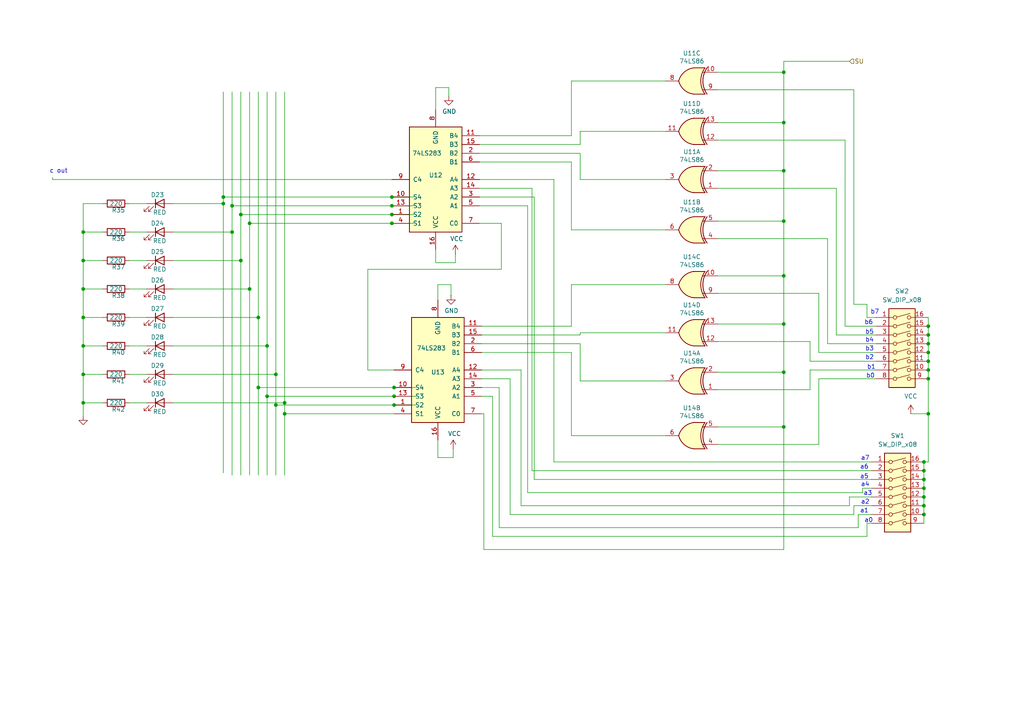
<source format=kicad_sch>
(kicad_sch
	(version 20250114)
	(generator "eeschema")
	(generator_version "9.0")
	(uuid "2bb6423e-e5c3-4c89-9dc9-a62df3568e43")
	(paper "A4")
	(title_block
		(date "2025-09-21")
	)
	(lib_symbols
		(symbol "74xx:74LS283"
			(pin_names
				(offset 1.016)
			)
			(exclude_from_sim no)
			(in_bom yes)
			(on_board yes)
			(property "Reference" "U"
				(at -7.62 16.51 0)
				(effects
					(font
						(size 1.27 1.27)
					)
				)
			)
			(property "Value" "74LS283"
				(at -7.62 -16.51 0)
				(effects
					(font
						(size 1.27 1.27)
					)
				)
			)
			(property "Footprint" ""
				(at 0 0 0)
				(effects
					(font
						(size 1.27 1.27)
					)
					(hide yes)
				)
			)
			(property "Datasheet" "http://www.ti.com/lit/gpn/sn74LS283"
				(at 0 0 0)
				(effects
					(font
						(size 1.27 1.27)
					)
					(hide yes)
				)
			)
			(property "Description" "4-bit full Adder"
				(at 0 0 0)
				(effects
					(font
						(size 1.27 1.27)
					)
					(hide yes)
				)
			)
			(property "ki_locked" ""
				(at 0 0 0)
				(effects
					(font
						(size 1.27 1.27)
					)
				)
			)
			(property "ki_keywords" "TTL ADD Arith ALU"
				(at 0 0 0)
				(effects
					(font
						(size 1.27 1.27)
					)
					(hide yes)
				)
			)
			(property "ki_fp_filters" "DIP?16*"
				(at 0 0 0)
				(effects
					(font
						(size 1.27 1.27)
					)
					(hide yes)
				)
			)
			(symbol "74LS283_1_0"
				(pin input line
					(at -12.7 12.7 0)
					(length 5.08)
					(name "C0"
						(effects
							(font
								(size 1.27 1.27)
							)
						)
					)
					(number "7"
						(effects
							(font
								(size 1.27 1.27)
							)
						)
					)
				)
				(pin input line
					(at -12.7 7.62 0)
					(length 5.08)
					(name "A1"
						(effects
							(font
								(size 1.27 1.27)
							)
						)
					)
					(number "5"
						(effects
							(font
								(size 1.27 1.27)
							)
						)
					)
				)
				(pin input line
					(at -12.7 5.08 0)
					(length 5.08)
					(name "A2"
						(effects
							(font
								(size 1.27 1.27)
							)
						)
					)
					(number "3"
						(effects
							(font
								(size 1.27 1.27)
							)
						)
					)
				)
				(pin input line
					(at -12.7 2.54 0)
					(length 5.08)
					(name "A3"
						(effects
							(font
								(size 1.27 1.27)
							)
						)
					)
					(number "14"
						(effects
							(font
								(size 1.27 1.27)
							)
						)
					)
				)
				(pin input line
					(at -12.7 0 0)
					(length 5.08)
					(name "A4"
						(effects
							(font
								(size 1.27 1.27)
							)
						)
					)
					(number "12"
						(effects
							(font
								(size 1.27 1.27)
							)
						)
					)
				)
				(pin input line
					(at -12.7 -5.08 0)
					(length 5.08)
					(name "B1"
						(effects
							(font
								(size 1.27 1.27)
							)
						)
					)
					(number "6"
						(effects
							(font
								(size 1.27 1.27)
							)
						)
					)
				)
				(pin input line
					(at -12.7 -7.62 0)
					(length 5.08)
					(name "B2"
						(effects
							(font
								(size 1.27 1.27)
							)
						)
					)
					(number "2"
						(effects
							(font
								(size 1.27 1.27)
							)
						)
					)
				)
				(pin input line
					(at -12.7 -10.16 0)
					(length 5.08)
					(name "B3"
						(effects
							(font
								(size 1.27 1.27)
							)
						)
					)
					(number "15"
						(effects
							(font
								(size 1.27 1.27)
							)
						)
					)
				)
				(pin input line
					(at -12.7 -12.7 0)
					(length 5.08)
					(name "B4"
						(effects
							(font
								(size 1.27 1.27)
							)
						)
					)
					(number "11"
						(effects
							(font
								(size 1.27 1.27)
							)
						)
					)
				)
				(pin power_in line
					(at 0 20.32 270)
					(length 5.08)
					(name "VCC"
						(effects
							(font
								(size 1.27 1.27)
							)
						)
					)
					(number "16"
						(effects
							(font
								(size 1.27 1.27)
							)
						)
					)
				)
				(pin power_in line
					(at 0 -20.32 90)
					(length 5.08)
					(name "GND"
						(effects
							(font
								(size 1.27 1.27)
							)
						)
					)
					(number "8"
						(effects
							(font
								(size 1.27 1.27)
							)
						)
					)
				)
				(pin output line
					(at 12.7 12.7 180)
					(length 5.08)
					(name "S1"
						(effects
							(font
								(size 1.27 1.27)
							)
						)
					)
					(number "4"
						(effects
							(font
								(size 1.27 1.27)
							)
						)
					)
				)
				(pin output line
					(at 12.7 10.16 180)
					(length 5.08)
					(name "S2"
						(effects
							(font
								(size 1.27 1.27)
							)
						)
					)
					(number "1"
						(effects
							(font
								(size 1.27 1.27)
							)
						)
					)
				)
				(pin output line
					(at 12.7 7.62 180)
					(length 5.08)
					(name "S3"
						(effects
							(font
								(size 1.27 1.27)
							)
						)
					)
					(number "13"
						(effects
							(font
								(size 1.27 1.27)
							)
						)
					)
				)
				(pin output line
					(at 12.7 5.08 180)
					(length 5.08)
					(name "S4"
						(effects
							(font
								(size 1.27 1.27)
							)
						)
					)
					(number "10"
						(effects
							(font
								(size 1.27 1.27)
							)
						)
					)
				)
				(pin output line
					(at 12.7 0 180)
					(length 5.08)
					(name "C4"
						(effects
							(font
								(size 1.27 1.27)
							)
						)
					)
					(number "9"
						(effects
							(font
								(size 1.27 1.27)
							)
						)
					)
				)
			)
			(symbol "74LS283_1_1"
				(rectangle
					(start -7.62 15.24)
					(end 7.62 -15.24)
					(stroke
						(width 0.254)
						(type default)
					)
					(fill
						(type background)
					)
				)
			)
			(embedded_fonts no)
		)
		(symbol "74xx:74LS86"
			(pin_names
				(offset 1.016)
			)
			(exclude_from_sim no)
			(in_bom yes)
			(on_board yes)
			(property "Reference" "U"
				(at 0 1.27 0)
				(effects
					(font
						(size 1.27 1.27)
					)
				)
			)
			(property "Value" "74LS86"
				(at 0 -1.27 0)
				(effects
					(font
						(size 1.27 1.27)
					)
				)
			)
			(property "Footprint" ""
				(at 0 0 0)
				(effects
					(font
						(size 1.27 1.27)
					)
					(hide yes)
				)
			)
			(property "Datasheet" "74xx/74ls86.pdf"
				(at 0 0 0)
				(effects
					(font
						(size 1.27 1.27)
					)
					(hide yes)
				)
			)
			(property "Description" "Quad 2-input XOR"
				(at 0 0 0)
				(effects
					(font
						(size 1.27 1.27)
					)
					(hide yes)
				)
			)
			(property "ki_locked" ""
				(at 0 0 0)
				(effects
					(font
						(size 1.27 1.27)
					)
				)
			)
			(property "ki_keywords" "TTL XOR2"
				(at 0 0 0)
				(effects
					(font
						(size 1.27 1.27)
					)
					(hide yes)
				)
			)
			(property "ki_fp_filters" "DIP*W7.62mm*"
				(at 0 0 0)
				(effects
					(font
						(size 1.27 1.27)
					)
					(hide yes)
				)
			)
			(symbol "74LS86_1_0"
				(arc
					(start -4.4196 3.81)
					(mid -3.2033 0)
					(end -4.4196 -3.81)
					(stroke
						(width 0.254)
						(type default)
					)
					(fill
						(type none)
					)
				)
				(arc
					(start -3.81 3.81)
					(mid -2.589 0)
					(end -3.81 -3.81)
					(stroke
						(width 0.254)
						(type default)
					)
					(fill
						(type none)
					)
				)
				(polyline
					(pts
						(xy -3.81 3.81) (xy -0.635 3.81)
					)
					(stroke
						(width 0.254)
						(type default)
					)
					(fill
						(type background)
					)
				)
				(polyline
					(pts
						(xy -3.81 -3.81) (xy -0.635 -3.81)
					)
					(stroke
						(width 0.254)
						(type default)
					)
					(fill
						(type background)
					)
				)
				(arc
					(start 3.81 0)
					(mid 2.1855 -2.584)
					(end -0.6096 -3.81)
					(stroke
						(width 0.254)
						(type default)
					)
					(fill
						(type background)
					)
				)
				(arc
					(start -0.6096 3.81)
					(mid 2.1928 2.5924)
					(end 3.81 0)
					(stroke
						(width 0.254)
						(type default)
					)
					(fill
						(type background)
					)
				)
				(polyline
					(pts
						(xy -0.635 3.81) (xy -3.81 3.81) (xy -3.81 3.81) (xy -3.556 3.4036) (xy -3.0226 2.2606) (xy -2.6924 1.0414)
						(xy -2.6162 -0.254) (xy -2.7686 -1.4986) (xy -3.175 -2.7178) (xy -3.81 -3.81) (xy -3.81 -3.81)
						(xy -0.635 -3.81)
					)
					(stroke
						(width -25.4)
						(type default)
					)
					(fill
						(type background)
					)
				)
				(pin input line
					(at -7.62 2.54 0)
					(length 4.445)
					(name "~"
						(effects
							(font
								(size 1.27 1.27)
							)
						)
					)
					(number "1"
						(effects
							(font
								(size 1.27 1.27)
							)
						)
					)
				)
				(pin input line
					(at -7.62 -2.54 0)
					(length 4.445)
					(name "~"
						(effects
							(font
								(size 1.27 1.27)
							)
						)
					)
					(number "2"
						(effects
							(font
								(size 1.27 1.27)
							)
						)
					)
				)
				(pin output line
					(at 7.62 0 180)
					(length 3.81)
					(name "~"
						(effects
							(font
								(size 1.27 1.27)
							)
						)
					)
					(number "3"
						(effects
							(font
								(size 1.27 1.27)
							)
						)
					)
				)
			)
			(symbol "74LS86_1_1"
				(polyline
					(pts
						(xy -3.81 2.54) (xy -3.175 2.54)
					)
					(stroke
						(width 0.1524)
						(type default)
					)
					(fill
						(type none)
					)
				)
				(polyline
					(pts
						(xy -3.81 -2.54) (xy -3.175 -2.54)
					)
					(stroke
						(width 0.1524)
						(type default)
					)
					(fill
						(type none)
					)
				)
			)
			(symbol "74LS86_2_0"
				(arc
					(start -4.4196 3.81)
					(mid -3.2033 0)
					(end -4.4196 -3.81)
					(stroke
						(width 0.254)
						(type default)
					)
					(fill
						(type none)
					)
				)
				(arc
					(start -3.81 3.81)
					(mid -2.589 0)
					(end -3.81 -3.81)
					(stroke
						(width 0.254)
						(type default)
					)
					(fill
						(type none)
					)
				)
				(polyline
					(pts
						(xy -3.81 3.81) (xy -0.635 3.81)
					)
					(stroke
						(width 0.254)
						(type default)
					)
					(fill
						(type background)
					)
				)
				(polyline
					(pts
						(xy -3.81 -3.81) (xy -0.635 -3.81)
					)
					(stroke
						(width 0.254)
						(type default)
					)
					(fill
						(type background)
					)
				)
				(arc
					(start 3.81 0)
					(mid 2.1855 -2.584)
					(end -0.6096 -3.81)
					(stroke
						(width 0.254)
						(type default)
					)
					(fill
						(type background)
					)
				)
				(arc
					(start -0.6096 3.81)
					(mid 2.1928 2.5924)
					(end 3.81 0)
					(stroke
						(width 0.254)
						(type default)
					)
					(fill
						(type background)
					)
				)
				(polyline
					(pts
						(xy -0.635 3.81) (xy -3.81 3.81) (xy -3.81 3.81) (xy -3.556 3.4036) (xy -3.0226 2.2606) (xy -2.6924 1.0414)
						(xy -2.6162 -0.254) (xy -2.7686 -1.4986) (xy -3.175 -2.7178) (xy -3.81 -3.81) (xy -3.81 -3.81)
						(xy -0.635 -3.81)
					)
					(stroke
						(width -25.4)
						(type default)
					)
					(fill
						(type background)
					)
				)
				(pin input line
					(at -7.62 2.54 0)
					(length 4.445)
					(name "~"
						(effects
							(font
								(size 1.27 1.27)
							)
						)
					)
					(number "4"
						(effects
							(font
								(size 1.27 1.27)
							)
						)
					)
				)
				(pin input line
					(at -7.62 -2.54 0)
					(length 4.445)
					(name "~"
						(effects
							(font
								(size 1.27 1.27)
							)
						)
					)
					(number "5"
						(effects
							(font
								(size 1.27 1.27)
							)
						)
					)
				)
				(pin output line
					(at 7.62 0 180)
					(length 3.81)
					(name "~"
						(effects
							(font
								(size 1.27 1.27)
							)
						)
					)
					(number "6"
						(effects
							(font
								(size 1.27 1.27)
							)
						)
					)
				)
			)
			(symbol "74LS86_2_1"
				(polyline
					(pts
						(xy -3.81 2.54) (xy -3.175 2.54)
					)
					(stroke
						(width 0.1524)
						(type default)
					)
					(fill
						(type none)
					)
				)
				(polyline
					(pts
						(xy -3.81 -2.54) (xy -3.175 -2.54)
					)
					(stroke
						(width 0.1524)
						(type default)
					)
					(fill
						(type none)
					)
				)
			)
			(symbol "74LS86_3_0"
				(arc
					(start -4.4196 3.81)
					(mid -3.2033 0)
					(end -4.4196 -3.81)
					(stroke
						(width 0.254)
						(type default)
					)
					(fill
						(type none)
					)
				)
				(arc
					(start -3.81 3.81)
					(mid -2.589 0)
					(end -3.81 -3.81)
					(stroke
						(width 0.254)
						(type default)
					)
					(fill
						(type none)
					)
				)
				(polyline
					(pts
						(xy -3.81 3.81) (xy -0.635 3.81)
					)
					(stroke
						(width 0.254)
						(type default)
					)
					(fill
						(type background)
					)
				)
				(polyline
					(pts
						(xy -3.81 -3.81) (xy -0.635 -3.81)
					)
					(stroke
						(width 0.254)
						(type default)
					)
					(fill
						(type background)
					)
				)
				(arc
					(start 3.81 0)
					(mid 2.1855 -2.584)
					(end -0.6096 -3.81)
					(stroke
						(width 0.254)
						(type default)
					)
					(fill
						(type background)
					)
				)
				(arc
					(start -0.6096 3.81)
					(mid 2.1928 2.5924)
					(end 3.81 0)
					(stroke
						(width 0.254)
						(type default)
					)
					(fill
						(type background)
					)
				)
				(polyline
					(pts
						(xy -0.635 3.81) (xy -3.81 3.81) (xy -3.81 3.81) (xy -3.556 3.4036) (xy -3.0226 2.2606) (xy -2.6924 1.0414)
						(xy -2.6162 -0.254) (xy -2.7686 -1.4986) (xy -3.175 -2.7178) (xy -3.81 -3.81) (xy -3.81 -3.81)
						(xy -0.635 -3.81)
					)
					(stroke
						(width -25.4)
						(type default)
					)
					(fill
						(type background)
					)
				)
				(pin input line
					(at -7.62 2.54 0)
					(length 4.445)
					(name "~"
						(effects
							(font
								(size 1.27 1.27)
							)
						)
					)
					(number "9"
						(effects
							(font
								(size 1.27 1.27)
							)
						)
					)
				)
				(pin input line
					(at -7.62 -2.54 0)
					(length 4.445)
					(name "~"
						(effects
							(font
								(size 1.27 1.27)
							)
						)
					)
					(number "10"
						(effects
							(font
								(size 1.27 1.27)
							)
						)
					)
				)
				(pin output line
					(at 7.62 0 180)
					(length 3.81)
					(name "~"
						(effects
							(font
								(size 1.27 1.27)
							)
						)
					)
					(number "8"
						(effects
							(font
								(size 1.27 1.27)
							)
						)
					)
				)
			)
			(symbol "74LS86_3_1"
				(polyline
					(pts
						(xy -3.81 2.54) (xy -3.175 2.54)
					)
					(stroke
						(width 0.1524)
						(type default)
					)
					(fill
						(type none)
					)
				)
				(polyline
					(pts
						(xy -3.81 -2.54) (xy -3.175 -2.54)
					)
					(stroke
						(width 0.1524)
						(type default)
					)
					(fill
						(type none)
					)
				)
			)
			(symbol "74LS86_4_0"
				(arc
					(start -4.4196 3.81)
					(mid -3.2033 0)
					(end -4.4196 -3.81)
					(stroke
						(width 0.254)
						(type default)
					)
					(fill
						(type none)
					)
				)
				(arc
					(start -3.81 3.81)
					(mid -2.589 0)
					(end -3.81 -3.81)
					(stroke
						(width 0.254)
						(type default)
					)
					(fill
						(type none)
					)
				)
				(polyline
					(pts
						(xy -3.81 3.81) (xy -0.635 3.81)
					)
					(stroke
						(width 0.254)
						(type default)
					)
					(fill
						(type background)
					)
				)
				(polyline
					(pts
						(xy -3.81 -3.81) (xy -0.635 -3.81)
					)
					(stroke
						(width 0.254)
						(type default)
					)
					(fill
						(type background)
					)
				)
				(arc
					(start 3.81 0)
					(mid 2.1855 -2.584)
					(end -0.6096 -3.81)
					(stroke
						(width 0.254)
						(type default)
					)
					(fill
						(type background)
					)
				)
				(arc
					(start -0.6096 3.81)
					(mid 2.1928 2.5924)
					(end 3.81 0)
					(stroke
						(width 0.254)
						(type default)
					)
					(fill
						(type background)
					)
				)
				(polyline
					(pts
						(xy -0.635 3.81) (xy -3.81 3.81) (xy -3.81 3.81) (xy -3.556 3.4036) (xy -3.0226 2.2606) (xy -2.6924 1.0414)
						(xy -2.6162 -0.254) (xy -2.7686 -1.4986) (xy -3.175 -2.7178) (xy -3.81 -3.81) (xy -3.81 -3.81)
						(xy -0.635 -3.81)
					)
					(stroke
						(width -25.4)
						(type default)
					)
					(fill
						(type background)
					)
				)
				(pin input line
					(at -7.62 2.54 0)
					(length 4.445)
					(name "~"
						(effects
							(font
								(size 1.27 1.27)
							)
						)
					)
					(number "12"
						(effects
							(font
								(size 1.27 1.27)
							)
						)
					)
				)
				(pin input line
					(at -7.62 -2.54 0)
					(length 4.445)
					(name "~"
						(effects
							(font
								(size 1.27 1.27)
							)
						)
					)
					(number "13"
						(effects
							(font
								(size 1.27 1.27)
							)
						)
					)
				)
				(pin output line
					(at 7.62 0 180)
					(length 3.81)
					(name "~"
						(effects
							(font
								(size 1.27 1.27)
							)
						)
					)
					(number "11"
						(effects
							(font
								(size 1.27 1.27)
							)
						)
					)
				)
			)
			(symbol "74LS86_4_1"
				(polyline
					(pts
						(xy -3.81 2.54) (xy -3.175 2.54)
					)
					(stroke
						(width 0.1524)
						(type default)
					)
					(fill
						(type none)
					)
				)
				(polyline
					(pts
						(xy -3.81 -2.54) (xy -3.175 -2.54)
					)
					(stroke
						(width 0.1524)
						(type default)
					)
					(fill
						(type none)
					)
				)
			)
			(symbol "74LS86_5_0"
				(pin power_in line
					(at 0 12.7 270)
					(length 5.08)
					(name "VCC"
						(effects
							(font
								(size 1.27 1.27)
							)
						)
					)
					(number "14"
						(effects
							(font
								(size 1.27 1.27)
							)
						)
					)
				)
				(pin power_in line
					(at 0 -12.7 90)
					(length 5.08)
					(name "GND"
						(effects
							(font
								(size 1.27 1.27)
							)
						)
					)
					(number "7"
						(effects
							(font
								(size 1.27 1.27)
							)
						)
					)
				)
			)
			(symbol "74LS86_5_1"
				(rectangle
					(start -5.08 7.62)
					(end 5.08 -7.62)
					(stroke
						(width 0.254)
						(type default)
					)
					(fill
						(type background)
					)
				)
			)
			(embedded_fonts no)
		)
		(symbol "Device:LED"
			(pin_numbers
				(hide yes)
			)
			(pin_names
				(offset 1.016)
				(hide yes)
			)
			(exclude_from_sim no)
			(in_bom yes)
			(on_board yes)
			(property "Reference" "D"
				(at 0 2.54 0)
				(effects
					(font
						(size 1.27 1.27)
					)
				)
			)
			(property "Value" "LED"
				(at 0 -2.54 0)
				(effects
					(font
						(size 1.27 1.27)
					)
				)
			)
			(property "Footprint" ""
				(at 0 0 0)
				(effects
					(font
						(size 1.27 1.27)
					)
					(hide yes)
				)
			)
			(property "Datasheet" "~"
				(at 0 0 0)
				(effects
					(font
						(size 1.27 1.27)
					)
					(hide yes)
				)
			)
			(property "Description" "Light emitting diode"
				(at 0 0 0)
				(effects
					(font
						(size 1.27 1.27)
					)
					(hide yes)
				)
			)
			(property "Sim.Pins" "1=K 2=A"
				(at 0 0 0)
				(effects
					(font
						(size 1.27 1.27)
					)
					(hide yes)
				)
			)
			(property "ki_keywords" "LED diode"
				(at 0 0 0)
				(effects
					(font
						(size 1.27 1.27)
					)
					(hide yes)
				)
			)
			(property "ki_fp_filters" "LED* LED_SMD:* LED_THT:*"
				(at 0 0 0)
				(effects
					(font
						(size 1.27 1.27)
					)
					(hide yes)
				)
			)
			(symbol "LED_0_1"
				(polyline
					(pts
						(xy -3.048 -0.762) (xy -4.572 -2.286) (xy -3.81 -2.286) (xy -4.572 -2.286) (xy -4.572 -1.524)
					)
					(stroke
						(width 0)
						(type default)
					)
					(fill
						(type none)
					)
				)
				(polyline
					(pts
						(xy -1.778 -0.762) (xy -3.302 -2.286) (xy -2.54 -2.286) (xy -3.302 -2.286) (xy -3.302 -1.524)
					)
					(stroke
						(width 0)
						(type default)
					)
					(fill
						(type none)
					)
				)
				(polyline
					(pts
						(xy -1.27 0) (xy 1.27 0)
					)
					(stroke
						(width 0)
						(type default)
					)
					(fill
						(type none)
					)
				)
				(polyline
					(pts
						(xy -1.27 -1.27) (xy -1.27 1.27)
					)
					(stroke
						(width 0.254)
						(type default)
					)
					(fill
						(type none)
					)
				)
				(polyline
					(pts
						(xy 1.27 -1.27) (xy 1.27 1.27) (xy -1.27 0) (xy 1.27 -1.27)
					)
					(stroke
						(width 0.254)
						(type default)
					)
					(fill
						(type none)
					)
				)
			)
			(symbol "LED_1_1"
				(pin passive line
					(at -3.81 0 0)
					(length 2.54)
					(name "K"
						(effects
							(font
								(size 1.27 1.27)
							)
						)
					)
					(number "1"
						(effects
							(font
								(size 1.27 1.27)
							)
						)
					)
				)
				(pin passive line
					(at 3.81 0 180)
					(length 2.54)
					(name "A"
						(effects
							(font
								(size 1.27 1.27)
							)
						)
					)
					(number "2"
						(effects
							(font
								(size 1.27 1.27)
							)
						)
					)
				)
			)
			(embedded_fonts no)
		)
		(symbol "Device:R"
			(pin_numbers
				(hide yes)
			)
			(pin_names
				(offset 0)
			)
			(exclude_from_sim no)
			(in_bom yes)
			(on_board yes)
			(property "Reference" "R"
				(at 2.032 0 90)
				(effects
					(font
						(size 1.27 1.27)
					)
				)
			)
			(property "Value" "R"
				(at 0 0 90)
				(effects
					(font
						(size 1.27 1.27)
					)
				)
			)
			(property "Footprint" ""
				(at -1.778 0 90)
				(effects
					(font
						(size 1.27 1.27)
					)
					(hide yes)
				)
			)
			(property "Datasheet" "~"
				(at 0 0 0)
				(effects
					(font
						(size 1.27 1.27)
					)
					(hide yes)
				)
			)
			(property "Description" "Resistor"
				(at 0 0 0)
				(effects
					(font
						(size 1.27 1.27)
					)
					(hide yes)
				)
			)
			(property "ki_keywords" "R res resistor"
				(at 0 0 0)
				(effects
					(font
						(size 1.27 1.27)
					)
					(hide yes)
				)
			)
			(property "ki_fp_filters" "R_*"
				(at 0 0 0)
				(effects
					(font
						(size 1.27 1.27)
					)
					(hide yes)
				)
			)
			(symbol "R_0_1"
				(rectangle
					(start -1.016 -2.54)
					(end 1.016 2.54)
					(stroke
						(width 0.254)
						(type default)
					)
					(fill
						(type none)
					)
				)
			)
			(symbol "R_1_1"
				(pin passive line
					(at 0 3.81 270)
					(length 1.27)
					(name "~"
						(effects
							(font
								(size 1.27 1.27)
							)
						)
					)
					(number "1"
						(effects
							(font
								(size 1.27 1.27)
							)
						)
					)
				)
				(pin passive line
					(at 0 -3.81 90)
					(length 1.27)
					(name "~"
						(effects
							(font
								(size 1.27 1.27)
							)
						)
					)
					(number "2"
						(effects
							(font
								(size 1.27 1.27)
							)
						)
					)
				)
			)
			(embedded_fonts no)
		)
		(symbol "Switch:SW_DIP_x08"
			(pin_names
				(offset 0)
				(hide yes)
			)
			(exclude_from_sim no)
			(in_bom yes)
			(on_board yes)
			(property "Reference" "SW"
				(at 0 13.97 0)
				(effects
					(font
						(size 1.27 1.27)
					)
				)
			)
			(property "Value" "SW_DIP_x08"
				(at 0 -11.43 0)
				(effects
					(font
						(size 1.27 1.27)
					)
				)
			)
			(property "Footprint" ""
				(at 0 0 0)
				(effects
					(font
						(size 1.27 1.27)
					)
					(hide yes)
				)
			)
			(property "Datasheet" "~"
				(at 0 0 0)
				(effects
					(font
						(size 1.27 1.27)
					)
					(hide yes)
				)
			)
			(property "Description" "8x DIP Switch, Single Pole Single Throw (SPST) switch, small symbol"
				(at 0 0 0)
				(effects
					(font
						(size 1.27 1.27)
					)
					(hide yes)
				)
			)
			(property "ki_keywords" "dip switch"
				(at 0 0 0)
				(effects
					(font
						(size 1.27 1.27)
					)
					(hide yes)
				)
			)
			(property "ki_fp_filters" "SW?DIP?x8*"
				(at 0 0 0)
				(effects
					(font
						(size 1.27 1.27)
					)
					(hide yes)
				)
			)
			(symbol "SW_DIP_x08_0_0"
				(circle
					(center -2.032 10.16)
					(radius 0.508)
					(stroke
						(width 0)
						(type default)
					)
					(fill
						(type none)
					)
				)
				(circle
					(center -2.032 7.62)
					(radius 0.508)
					(stroke
						(width 0)
						(type default)
					)
					(fill
						(type none)
					)
				)
				(circle
					(center -2.032 5.08)
					(radius 0.508)
					(stroke
						(width 0)
						(type default)
					)
					(fill
						(type none)
					)
				)
				(circle
					(center -2.032 2.54)
					(radius 0.508)
					(stroke
						(width 0)
						(type default)
					)
					(fill
						(type none)
					)
				)
				(circle
					(center -2.032 0)
					(radius 0.508)
					(stroke
						(width 0)
						(type default)
					)
					(fill
						(type none)
					)
				)
				(circle
					(center -2.032 -2.54)
					(radius 0.508)
					(stroke
						(width 0)
						(type default)
					)
					(fill
						(type none)
					)
				)
				(circle
					(center -2.032 -5.08)
					(radius 0.508)
					(stroke
						(width 0)
						(type default)
					)
					(fill
						(type none)
					)
				)
				(circle
					(center -2.032 -7.62)
					(radius 0.508)
					(stroke
						(width 0)
						(type default)
					)
					(fill
						(type none)
					)
				)
				(polyline
					(pts
						(xy -1.524 10.287) (xy 2.3622 11.3284)
					)
					(stroke
						(width 0)
						(type default)
					)
					(fill
						(type none)
					)
				)
				(polyline
					(pts
						(xy -1.524 7.747) (xy 2.3622 8.7884)
					)
					(stroke
						(width 0)
						(type default)
					)
					(fill
						(type none)
					)
				)
				(polyline
					(pts
						(xy -1.524 5.207) (xy 2.3622 6.2484)
					)
					(stroke
						(width 0)
						(type default)
					)
					(fill
						(type none)
					)
				)
				(polyline
					(pts
						(xy -1.524 2.667) (xy 2.3622 3.7084)
					)
					(stroke
						(width 0)
						(type default)
					)
					(fill
						(type none)
					)
				)
				(polyline
					(pts
						(xy -1.524 0.127) (xy 2.3622 1.1684)
					)
					(stroke
						(width 0)
						(type default)
					)
					(fill
						(type none)
					)
				)
				(polyline
					(pts
						(xy -1.524 -2.3876) (xy 2.3622 -1.3462)
					)
					(stroke
						(width 0)
						(type default)
					)
					(fill
						(type none)
					)
				)
				(polyline
					(pts
						(xy -1.524 -4.9276) (xy 2.3622 -3.8862)
					)
					(stroke
						(width 0)
						(type default)
					)
					(fill
						(type none)
					)
				)
				(polyline
					(pts
						(xy -1.524 -7.4676) (xy 2.3622 -6.4262)
					)
					(stroke
						(width 0)
						(type default)
					)
					(fill
						(type none)
					)
				)
				(circle
					(center 2.032 10.16)
					(radius 0.508)
					(stroke
						(width 0)
						(type default)
					)
					(fill
						(type none)
					)
				)
				(circle
					(center 2.032 7.62)
					(radius 0.508)
					(stroke
						(width 0)
						(type default)
					)
					(fill
						(type none)
					)
				)
				(circle
					(center 2.032 5.08)
					(radius 0.508)
					(stroke
						(width 0)
						(type default)
					)
					(fill
						(type none)
					)
				)
				(circle
					(center 2.032 2.54)
					(radius 0.508)
					(stroke
						(width 0)
						(type default)
					)
					(fill
						(type none)
					)
				)
				(circle
					(center 2.032 0)
					(radius 0.508)
					(stroke
						(width 0)
						(type default)
					)
					(fill
						(type none)
					)
				)
				(circle
					(center 2.032 -2.54)
					(radius 0.508)
					(stroke
						(width 0)
						(type default)
					)
					(fill
						(type none)
					)
				)
				(circle
					(center 2.032 -5.08)
					(radius 0.508)
					(stroke
						(width 0)
						(type default)
					)
					(fill
						(type none)
					)
				)
				(circle
					(center 2.032 -7.62)
					(radius 0.508)
					(stroke
						(width 0)
						(type default)
					)
					(fill
						(type none)
					)
				)
			)
			(symbol "SW_DIP_x08_0_1"
				(rectangle
					(start -3.81 12.7)
					(end 3.81 -10.16)
					(stroke
						(width 0.254)
						(type default)
					)
					(fill
						(type background)
					)
				)
			)
			(symbol "SW_DIP_x08_1_1"
				(pin passive line
					(at -7.62 10.16 0)
					(length 5.08)
					(name "~"
						(effects
							(font
								(size 1.27 1.27)
							)
						)
					)
					(number "1"
						(effects
							(font
								(size 1.27 1.27)
							)
						)
					)
				)
				(pin passive line
					(at -7.62 7.62 0)
					(length 5.08)
					(name "~"
						(effects
							(font
								(size 1.27 1.27)
							)
						)
					)
					(number "2"
						(effects
							(font
								(size 1.27 1.27)
							)
						)
					)
				)
				(pin passive line
					(at -7.62 5.08 0)
					(length 5.08)
					(name "~"
						(effects
							(font
								(size 1.27 1.27)
							)
						)
					)
					(number "3"
						(effects
							(font
								(size 1.27 1.27)
							)
						)
					)
				)
				(pin passive line
					(at -7.62 2.54 0)
					(length 5.08)
					(name "~"
						(effects
							(font
								(size 1.27 1.27)
							)
						)
					)
					(number "4"
						(effects
							(font
								(size 1.27 1.27)
							)
						)
					)
				)
				(pin passive line
					(at -7.62 0 0)
					(length 5.08)
					(name "~"
						(effects
							(font
								(size 1.27 1.27)
							)
						)
					)
					(number "5"
						(effects
							(font
								(size 1.27 1.27)
							)
						)
					)
				)
				(pin passive line
					(at -7.62 -2.54 0)
					(length 5.08)
					(name "~"
						(effects
							(font
								(size 1.27 1.27)
							)
						)
					)
					(number "6"
						(effects
							(font
								(size 1.27 1.27)
							)
						)
					)
				)
				(pin passive line
					(at -7.62 -5.08 0)
					(length 5.08)
					(name "~"
						(effects
							(font
								(size 1.27 1.27)
							)
						)
					)
					(number "7"
						(effects
							(font
								(size 1.27 1.27)
							)
						)
					)
				)
				(pin passive line
					(at -7.62 -7.62 0)
					(length 5.08)
					(name "~"
						(effects
							(font
								(size 1.27 1.27)
							)
						)
					)
					(number "8"
						(effects
							(font
								(size 1.27 1.27)
							)
						)
					)
				)
				(pin passive line
					(at 7.62 10.16 180)
					(length 5.08)
					(name "~"
						(effects
							(font
								(size 1.27 1.27)
							)
						)
					)
					(number "16"
						(effects
							(font
								(size 1.27 1.27)
							)
						)
					)
				)
				(pin passive line
					(at 7.62 7.62 180)
					(length 5.08)
					(name "~"
						(effects
							(font
								(size 1.27 1.27)
							)
						)
					)
					(number "15"
						(effects
							(font
								(size 1.27 1.27)
							)
						)
					)
				)
				(pin passive line
					(at 7.62 5.08 180)
					(length 5.08)
					(name "~"
						(effects
							(font
								(size 1.27 1.27)
							)
						)
					)
					(number "14"
						(effects
							(font
								(size 1.27 1.27)
							)
						)
					)
				)
				(pin passive line
					(at 7.62 2.54 180)
					(length 5.08)
					(name "~"
						(effects
							(font
								(size 1.27 1.27)
							)
						)
					)
					(number "13"
						(effects
							(font
								(size 1.27 1.27)
							)
						)
					)
				)
				(pin passive line
					(at 7.62 0 180)
					(length 5.08)
					(name "~"
						(effects
							(font
								(size 1.27 1.27)
							)
						)
					)
					(number "12"
						(effects
							(font
								(size 1.27 1.27)
							)
						)
					)
				)
				(pin passive line
					(at 7.62 -2.54 180)
					(length 5.08)
					(name "~"
						(effects
							(font
								(size 1.27 1.27)
							)
						)
					)
					(number "11"
						(effects
							(font
								(size 1.27 1.27)
							)
						)
					)
				)
				(pin passive line
					(at 7.62 -5.08 180)
					(length 5.08)
					(name "~"
						(effects
							(font
								(size 1.27 1.27)
							)
						)
					)
					(number "10"
						(effects
							(font
								(size 1.27 1.27)
							)
						)
					)
				)
				(pin passive line
					(at 7.62 -7.62 180)
					(length 5.08)
					(name "~"
						(effects
							(font
								(size 1.27 1.27)
							)
						)
					)
					(number "9"
						(effects
							(font
								(size 1.27 1.27)
							)
						)
					)
				)
			)
			(embedded_fonts no)
		)
		(symbol "power:+1V0"
			(power)
			(pin_numbers
				(hide yes)
			)
			(pin_names
				(offset 0)
				(hide yes)
			)
			(exclude_from_sim no)
			(in_bom yes)
			(on_board yes)
			(property "Reference" "#PWR"
				(at 0 -3.81 0)
				(effects
					(font
						(size 1.27 1.27)
					)
					(hide yes)
				)
			)
			(property "Value" "+1V0"
				(at 0 3.556 0)
				(effects
					(font
						(size 1.27 1.27)
					)
				)
			)
			(property "Footprint" ""
				(at 0 0 0)
				(effects
					(font
						(size 1.27 1.27)
					)
					(hide yes)
				)
			)
			(property "Datasheet" ""
				(at 0 0 0)
				(effects
					(font
						(size 1.27 1.27)
					)
					(hide yes)
				)
			)
			(property "Description" "Power symbol creates a global label with name \"+1V0\""
				(at 0 0 0)
				(effects
					(font
						(size 1.27 1.27)
					)
					(hide yes)
				)
			)
			(property "ki_keywords" "global power"
				(at 0 0 0)
				(effects
					(font
						(size 1.27 1.27)
					)
					(hide yes)
				)
			)
			(symbol "+1V0_0_1"
				(polyline
					(pts
						(xy -0.762 1.27) (xy 0 2.54)
					)
					(stroke
						(width 0)
						(type default)
					)
					(fill
						(type none)
					)
				)
				(polyline
					(pts
						(xy 0 2.54) (xy 0.762 1.27)
					)
					(stroke
						(width 0)
						(type default)
					)
					(fill
						(type none)
					)
				)
				(polyline
					(pts
						(xy 0 0) (xy 0 2.54)
					)
					(stroke
						(width 0)
						(type default)
					)
					(fill
						(type none)
					)
				)
			)
			(symbol "+1V0_1_1"
				(pin power_in line
					(at 0 0 90)
					(length 0)
					(name "~"
						(effects
							(font
								(size 1.27 1.27)
							)
						)
					)
					(number "1"
						(effects
							(font
								(size 1.27 1.27)
							)
						)
					)
				)
			)
			(embedded_fonts no)
		)
		(symbol "power:GND"
			(power)
			(pin_numbers
				(hide yes)
			)
			(pin_names
				(offset 0)
				(hide yes)
			)
			(exclude_from_sim no)
			(in_bom yes)
			(on_board yes)
			(property "Reference" "#PWR"
				(at 0 -6.35 0)
				(effects
					(font
						(size 1.27 1.27)
					)
					(hide yes)
				)
			)
			(property "Value" "GND"
				(at 0 -3.81 0)
				(effects
					(font
						(size 1.27 1.27)
					)
				)
			)
			(property "Footprint" ""
				(at 0 0 0)
				(effects
					(font
						(size 1.27 1.27)
					)
					(hide yes)
				)
			)
			(property "Datasheet" ""
				(at 0 0 0)
				(effects
					(font
						(size 1.27 1.27)
					)
					(hide yes)
				)
			)
			(property "Description" "Power symbol creates a global label with name \"GND\" , ground"
				(at 0 0 0)
				(effects
					(font
						(size 1.27 1.27)
					)
					(hide yes)
				)
			)
			(property "ki_keywords" "global power"
				(at 0 0 0)
				(effects
					(font
						(size 1.27 1.27)
					)
					(hide yes)
				)
			)
			(symbol "GND_0_1"
				(polyline
					(pts
						(xy 0 0) (xy 0 -1.27) (xy 1.27 -1.27) (xy 0 -2.54) (xy -1.27 -1.27) (xy 0 -1.27)
					)
					(stroke
						(width 0)
						(type default)
					)
					(fill
						(type none)
					)
				)
			)
			(symbol "GND_1_1"
				(pin power_in line
					(at 0 0 270)
					(length 0)
					(name "~"
						(effects
							(font
								(size 1.27 1.27)
							)
						)
					)
					(number "1"
						(effects
							(font
								(size 1.27 1.27)
							)
						)
					)
				)
			)
			(embedded_fonts no)
		)
		(symbol "power:VCC"
			(power)
			(pin_numbers
				(hide yes)
			)
			(pin_names
				(offset 0)
				(hide yes)
			)
			(exclude_from_sim no)
			(in_bom yes)
			(on_board yes)
			(property "Reference" "#PWR"
				(at 0 -3.81 0)
				(effects
					(font
						(size 1.27 1.27)
					)
					(hide yes)
				)
			)
			(property "Value" "VCC"
				(at 0 3.556 0)
				(effects
					(font
						(size 1.27 1.27)
					)
				)
			)
			(property "Footprint" ""
				(at 0 0 0)
				(effects
					(font
						(size 1.27 1.27)
					)
					(hide yes)
				)
			)
			(property "Datasheet" ""
				(at 0 0 0)
				(effects
					(font
						(size 1.27 1.27)
					)
					(hide yes)
				)
			)
			(property "Description" "Power symbol creates a global label with name \"VCC\""
				(at 0 0 0)
				(effects
					(font
						(size 1.27 1.27)
					)
					(hide yes)
				)
			)
			(property "ki_keywords" "global power"
				(at 0 0 0)
				(effects
					(font
						(size 1.27 1.27)
					)
					(hide yes)
				)
			)
			(symbol "VCC_0_1"
				(polyline
					(pts
						(xy -0.762 1.27) (xy 0 2.54)
					)
					(stroke
						(width 0)
						(type default)
					)
					(fill
						(type none)
					)
				)
				(polyline
					(pts
						(xy 0 2.54) (xy 0.762 1.27)
					)
					(stroke
						(width 0)
						(type default)
					)
					(fill
						(type none)
					)
				)
				(polyline
					(pts
						(xy 0 0) (xy 0 2.54)
					)
					(stroke
						(width 0)
						(type default)
					)
					(fill
						(type none)
					)
				)
			)
			(symbol "VCC_1_1"
				(pin power_in line
					(at 0 0 90)
					(length 0)
					(name "~"
						(effects
							(font
								(size 1.27 1.27)
							)
						)
					)
					(number "1"
						(effects
							(font
								(size 1.27 1.27)
							)
						)
					)
				)
			)
			(embedded_fonts no)
		)
	)
	(text "b5"
		(exclude_from_sim no)
		(at 252.222 96.393 0)
		(effects
			(font
				(size 1.27 1.27)
			)
		)
		(uuid "1a17f9aa-467b-4ec3-83cf-f0fd36de9807")
	)
	(text "b3"
		(exclude_from_sim no)
		(at 252.222 101.219 0)
		(effects
			(font
				(size 1.27 1.27)
			)
		)
		(uuid "1fc4be5a-1698-4b5e-a321-f59dad35b14c")
	)
	(text "a7"
		(exclude_from_sim no)
		(at 250.952 132.969 0)
		(effects
			(font
				(size 1.27 1.27)
			)
		)
		(uuid "23609d3c-b88d-425a-b2f3-88d3640d2b6c")
	)
	(text "a3"
		(exclude_from_sim no)
		(at 251.714 143.129 0)
		(effects
			(font
				(size 1.27 1.27)
			)
		)
		(uuid "3fb137aa-cec8-4068-883d-961263a91a3c")
	)
	(text "a6"
		(exclude_from_sim no)
		(at 250.698 135.509 0)
		(effects
			(font
				(size 1.27 1.27)
			)
		)
		(uuid "4483909e-6c99-4e88-ad92-e091b5686022")
	)
	(text "a2"
		(exclude_from_sim no)
		(at 250.952 145.669 0)
		(effects
			(font
				(size 1.27 1.27)
			)
		)
		(uuid "4b00d6b5-f9b3-4a28-bc50-e55df40c8775")
	)
	(text "b7"
		(exclude_from_sim no)
		(at 253.746 90.551 0)
		(effects
			(font
				(size 1.27 1.27)
			)
		)
		(uuid "67a35269-9269-4d1f-9b16-aa80f56f894c")
	)
	(text "b1"
		(exclude_from_sim no)
		(at 252.73 106.553 0)
		(effects
			(font
				(size 1.27 1.27)
			)
		)
		(uuid "68b54b53-d8aa-439e-af01-495df33de628")
	)
	(text "a5"
		(exclude_from_sim no)
		(at 250.698 138.303 0)
		(effects
			(font
				(size 1.27 1.27)
			)
		)
		(uuid "8d770cf5-850d-4a18-b0c3-73f71d85a31e")
	)
	(text "b6"
		(exclude_from_sim no)
		(at 251.968 93.599 0)
		(effects
			(font
				(size 1.27 1.27)
			)
		)
		(uuid "965ae450-77d7-4d77-aa66-13167a8e91cb")
	)
	(text "a1"
		(exclude_from_sim no)
		(at 250.698 148.209 0)
		(effects
			(font
				(size 1.27 1.27)
			)
		)
		(uuid "b1752b58-91ca-41aa-a0e5-1c38459be595")
	)
	(text "c out"
		(exclude_from_sim no)
		(at 17.018 49.657 0)
		(effects
			(font
				(size 1.27 1.27)
			)
		)
		(uuid "b9f9b7f7-c931-42cd-aa84-1d009d778192")
	)
	(text "b0"
		(exclude_from_sim no)
		(at 252.476 109.093 0)
		(effects
			(font
				(size 1.27 1.27)
			)
		)
		(uuid "bc7eea20-487b-4671-8340-850cc00d3764")
	)
	(text "b4"
		(exclude_from_sim no)
		(at 252.222 98.679 0)
		(effects
			(font
				(size 1.27 1.27)
			)
		)
		(uuid "c35c1b70-0d78-4674-ad0f-95bf72b4a7c9")
	)
	(text "a4"
		(exclude_from_sim no)
		(at 250.952 140.589 0)
		(effects
			(font
				(size 1.27 1.27)
			)
		)
		(uuid "caa29b13-5201-4bde-af61-8ab8deff20de")
	)
	(text "b2"
		(exclude_from_sim no)
		(at 252.222 103.759 0)
		(effects
			(font
				(size 1.27 1.27)
			)
		)
		(uuid "f0b70777-70b2-4413-9e30-8fb7f4c9b452")
	)
	(text "a0"
		(exclude_from_sim no)
		(at 251.968 151.003 0)
		(effects
			(font
				(size 1.27 1.27)
			)
		)
		(uuid "f7fff79e-077b-45c7-b4dd-b2436eb92d0d")
	)
	(junction
		(at 113.665 59.69)
		(diameter 0)
		(color 0 0 0 0)
		(uuid "025baabb-0ef2-4f3a-8e93-5866a10ce2d0")
	)
	(junction
		(at 82.55 116.84)
		(diameter 0)
		(color 0 0 0 0)
		(uuid "02b8758a-37ba-4b1c-a080-322728b534b5")
	)
	(junction
		(at 269.24 109.855)
		(diameter 0)
		(color 0 0 0 0)
		(uuid "06376e84-5d68-4047-86de-17ade768987f")
	)
	(junction
		(at 114.3 112.395)
		(diameter 0)
		(color 0 0 0 0)
		(uuid "0cded49e-ab7e-4606-8eed-8bbd59d43605")
	)
	(junction
		(at 113.665 64.77)
		(diameter 0)
		(color 0 0 0 0)
		(uuid "0e5d275e-3ddc-4c4f-a80b-c12a6e341422")
	)
	(junction
		(at 269.24 104.775)
		(diameter 0)
		(color 0 0 0 0)
		(uuid "13ce751e-a454-45b8-9924-02c2970863f3")
	)
	(junction
		(at 24.13 75.565)
		(diameter 0)
		(color 0 0 0 0)
		(uuid "15210cf5-4fc5-45c8-9d5a-205ee1669d4f")
	)
	(junction
		(at 24.13 83.82)
		(diameter 0)
		(color 0 0 0 0)
		(uuid "15ceedb3-ffdb-4ef0-9e90-871462fc8e39")
	)
	(junction
		(at 113.665 57.15)
		(diameter 0)
		(color 0 0 0 0)
		(uuid "1894d6fb-3d0a-4ab6-ba46-397d9f424196")
	)
	(junction
		(at 69.85 75.565)
		(diameter 0)
		(color 0 0 0 0)
		(uuid "18fe45c5-a76d-4be4-9a47-f5af0b892835")
	)
	(junction
		(at 267.97 136.525)
		(diameter 0)
		(color 0 0 0 0)
		(uuid "1a4037f0-dacd-42cf-8923-c7c11ceea7c7")
	)
	(junction
		(at 269.24 99.695)
		(diameter 0)
		(color 0 0 0 0)
		(uuid "2741b892-eb0c-4f41-a6da-fe67bd0aaf22")
	)
	(junction
		(at 267.97 144.145)
		(diameter 0)
		(color 0 0 0 0)
		(uuid "2af875c3-4ffb-4c0b-811a-f939d4101933")
	)
	(junction
		(at 227.33 80.01)
		(diameter 0)
		(color 0 0 0 0)
		(uuid "2c080c99-88eb-4b42-a97e-6673834f5507")
	)
	(junction
		(at 24.13 67.31)
		(diameter 0)
		(color 0 0 0 0)
		(uuid "31fa8115-e227-4568-94d1-f9c464db6eef")
	)
	(junction
		(at 267.97 133.985)
		(diameter 0)
		(color 0 0 0 0)
		(uuid "3a0a2f10-6853-450b-96f6-2036163852b1")
	)
	(junction
		(at 80.01 108.585)
		(diameter 0)
		(color 0 0 0 0)
		(uuid "427a3ae0-1d9b-42ed-b5e8-003a8293fdd0")
	)
	(junction
		(at 69.85 62.23)
		(diameter 0)
		(color 0 0 0 0)
		(uuid "43684b9d-4cc7-4fb4-933e-ecf8033dc6c5")
	)
	(junction
		(at 269.24 94.615)
		(diameter 0)
		(color 0 0 0 0)
		(uuid "471bef6f-9d6f-4364-ac21-81044b104b0f")
	)
	(junction
		(at 227.33 123.825)
		(diameter 0)
		(color 0 0 0 0)
		(uuid "481f2b99-f637-4534-8bfc-6aa50a4df546")
	)
	(junction
		(at 267.97 149.225)
		(diameter 0)
		(color 0 0 0 0)
		(uuid "4af6640e-4c81-45c0-9155-9397ba54d3bc")
	)
	(junction
		(at 77.47 100.33)
		(diameter 0)
		(color 0 0 0 0)
		(uuid "4b1fdd8c-bdd5-4b71-aa67-ed1df44242f3")
	)
	(junction
		(at 269.24 102.235)
		(diameter 0)
		(color 0 0 0 0)
		(uuid "4d70620b-d57d-400a-95a2-a805ac3d4f09")
	)
	(junction
		(at 227.33 20.955)
		(diameter 0)
		(color 0 0 0 0)
		(uuid "58f5665d-3eeb-4685-b4ff-13f61645ee09")
	)
	(junction
		(at 269.24 97.155)
		(diameter 0)
		(color 0 0 0 0)
		(uuid "5afc9f2e-ec6c-4c91-9c87-a8047b4b2488")
	)
	(junction
		(at 24.13 116.84)
		(diameter 0)
		(color 0 0 0 0)
		(uuid "5d844d01-de34-4264-841d-0d8331054650")
	)
	(junction
		(at 77.47 114.935)
		(diameter 0)
		(color 0 0 0 0)
		(uuid "61a12f15-a41d-4ef7-a404-1feb58790eab")
	)
	(junction
		(at 227.33 49.53)
		(diameter 0)
		(color 0 0 0 0)
		(uuid "66575842-67f5-497e-84fc-8dd805e81903")
	)
	(junction
		(at 227.33 35.56)
		(diameter 0)
		(color 0 0 0 0)
		(uuid "6ce1c3dc-bb6b-433b-8aab-ceed3b88bb84")
	)
	(junction
		(at 74.93 92.075)
		(diameter 0)
		(color 0 0 0 0)
		(uuid "769c8742-58e1-49ec-8a9f-0925f01567a7")
	)
	(junction
		(at 64.77 59.055)
		(diameter 0)
		(color 0 0 0 0)
		(uuid "7812ea8e-5037-4f82-8b78-446e8ed3ecb4")
	)
	(junction
		(at 267.97 139.065)
		(diameter 0)
		(color 0 0 0 0)
		(uuid "804b2797-3ef6-43d4-a4a9-50be09e0806c")
	)
	(junction
		(at 114.3 114.935)
		(diameter 0)
		(color 0 0 0 0)
		(uuid "97c6ea7a-1038-42d0-a081-19c4ba2f5d84")
	)
	(junction
		(at 80.01 117.475)
		(diameter 0)
		(color 0 0 0 0)
		(uuid "97df7aca-71f3-45b9-977b-f93e9378a2f9")
	)
	(junction
		(at 267.97 141.605)
		(diameter 0)
		(color 0 0 0 0)
		(uuid "ace216a8-76e0-4500-9dd9-3f32f0311e43")
	)
	(junction
		(at 24.13 92.075)
		(diameter 0)
		(color 0 0 0 0)
		(uuid "b27511b7-45a6-4e0d-8d5b-d37e1cc4484b")
	)
	(junction
		(at 24.13 108.585)
		(diameter 0)
		(color 0 0 0 0)
		(uuid "b7726792-3da1-407e-9753-5acaea0c824c")
	)
	(junction
		(at 113.665 62.23)
		(diameter 0)
		(color 0 0 0 0)
		(uuid "b8f3b16d-8e79-4c6f-813d-66f6d6e4b89e")
	)
	(junction
		(at 24.13 100.33)
		(diameter 0)
		(color 0 0 0 0)
		(uuid "bdbb1e57-cd08-43ef-9da4-02b04803b1fd")
	)
	(junction
		(at 267.97 146.685)
		(diameter 0)
		(color 0 0 0 0)
		(uuid "c8803ee0-125f-43b4-91be-92e812ddf916")
	)
	(junction
		(at 82.55 120.015)
		(diameter 0)
		(color 0 0 0 0)
		(uuid "d1531613-ee43-467c-88f5-8b88f3983b20")
	)
	(junction
		(at 67.31 59.69)
		(diameter 0)
		(color 0 0 0 0)
		(uuid "d413abbb-6a80-46a4-bbc0-06550fa5d650")
	)
	(junction
		(at 72.39 83.82)
		(diameter 0)
		(color 0 0 0 0)
		(uuid "d4b15a2f-a2e9-4365-91d2-974a91f93899")
	)
	(junction
		(at 269.24 107.315)
		(diameter 0)
		(color 0 0 0 0)
		(uuid "d50abde4-717f-4eb5-991e-6e435b3e78a4")
	)
	(junction
		(at 74.93 112.395)
		(diameter 0)
		(color 0 0 0 0)
		(uuid "dbbe94e6-4904-4c59-8e01-ecab2c5791a4")
	)
	(junction
		(at 227.33 107.95)
		(diameter 0)
		(color 0 0 0 0)
		(uuid "dc50af83-73e2-44b2-8a47-d93c8b12a055")
	)
	(junction
		(at 72.39 64.77)
		(diameter 0)
		(color 0 0 0 0)
		(uuid "dd87dd83-a1d4-43ab-8b4f-400b38098034")
	)
	(junction
		(at 114.3 117.475)
		(diameter 0)
		(color 0 0 0 0)
		(uuid "df562a85-1894-400a-9272-70bc0fd54664")
	)
	(junction
		(at 64.77 57.15)
		(diameter 0)
		(color 0 0 0 0)
		(uuid "e72518a0-0b24-4455-bdc2-7fe57c5ca6c3")
	)
	(junction
		(at 269.24 120.015)
		(diameter 0)
		(color 0 0 0 0)
		(uuid "eb07e6f9-a86d-4052-bce2-61e77d863b65")
	)
	(junction
		(at 67.31 67.31)
		(diameter 0)
		(color 0 0 0 0)
		(uuid "ee245331-f4cb-4516-aaf7-40584d389823")
	)
	(junction
		(at 227.33 93.98)
		(diameter 0)
		(color 0 0 0 0)
		(uuid "f8fa20ec-45f5-4407-a954-6932d8226336")
	)
	(junction
		(at 227.33 64.135)
		(diameter 0)
		(color 0 0 0 0)
		(uuid "ff129276-6419-4b4a-b35c-1b7c6edb0332")
	)
	(wire
		(pts
			(xy 168.275 38.1) (xy 193.04 38.1)
		)
		(stroke
			(width 0)
			(type default)
		)
		(uuid "000c706c-3d72-4f15-9dff-a29b933d6dee")
	)
	(wire
		(pts
			(xy 147.955 149.225) (xy 147.955 109.855)
		)
		(stroke
			(width 0)
			(type default)
		)
		(uuid "0166e094-7430-4f45-bf82-df0bfdf80eb8")
	)
	(wire
		(pts
			(xy 165.735 23.495) (xy 193.04 23.495)
		)
		(stroke
			(width 0)
			(type default)
		)
		(uuid "01f63a11-ac92-4924-aa22-a1b4fa5469c3")
	)
	(wire
		(pts
			(xy 82.55 120.015) (xy 114.3 120.015)
		)
		(stroke
			(width 0)
			(type default)
		)
		(uuid "030dc4a5-85b3-4a7b-9f75-c6108c30582d")
	)
	(wire
		(pts
			(xy 147.955 149.225) (xy 247.65 149.225)
		)
		(stroke
			(width 0)
			(type default)
		)
		(uuid "03e0d60f-1163-47f7-8f23-efd6087dc4bc")
	)
	(wire
		(pts
			(xy 247.65 146.685) (xy 252.73 146.685)
		)
		(stroke
			(width 0)
			(type default)
		)
		(uuid "04299f78-ae38-4a16-a9f8-3e930525a279")
	)
	(wire
		(pts
			(xy 80.01 26.67) (xy 80.01 108.585)
		)
		(stroke
			(width 0)
			(type default)
		)
		(uuid "05f75f79-8ca0-492d-9f15-134e9b62c455")
	)
	(wire
		(pts
			(xy 168.275 52.07) (xy 193.04 52.07)
		)
		(stroke
			(width 0)
			(type default)
		)
		(uuid "06348405-cf99-45c5-b141-f99e82b2db0c")
	)
	(wire
		(pts
			(xy 208.28 93.98) (xy 227.33 93.98)
		)
		(stroke
			(width 0)
			(type default)
		)
		(uuid "064f85ed-4c41-4023-bde1-bd3b051f153b")
	)
	(wire
		(pts
			(xy 208.28 113.03) (xy 234.95 113.03)
		)
		(stroke
			(width 0)
			(type default)
		)
		(uuid "0ab1a894-7803-4bea-a6b1-bfa67299497f")
	)
	(wire
		(pts
			(xy 269.24 104.775) (xy 269.24 107.315)
		)
		(stroke
			(width 0)
			(type default)
		)
		(uuid "0acee912-62bb-43a4-8199-dbf7946babb9")
	)
	(wire
		(pts
			(xy 42.545 83.82) (xy 37.465 83.82)
		)
		(stroke
			(width 0)
			(type default)
		)
		(uuid "0d974ebc-ef78-4007-96e9-196bf0dab2d5")
	)
	(wire
		(pts
			(xy 74.93 92.075) (xy 74.93 112.395)
		)
		(stroke
			(width 0)
			(type default)
		)
		(uuid "0e4c85fb-1260-4f3e-bfee-19f59d85c578")
	)
	(wire
		(pts
			(xy 50.165 100.33) (xy 77.47 100.33)
		)
		(stroke
			(width 0)
			(type default)
		)
		(uuid "1113ad12-7dc1-4e17-924a-ccbd52fc0cdb")
	)
	(wire
		(pts
			(xy 154.94 139.065) (xy 252.73 139.065)
		)
		(stroke
			(width 0)
			(type default)
		)
		(uuid "1235a781-9dfa-41fb-b5d7-85cd168b0c26")
	)
	(wire
		(pts
			(xy 142.875 155.575) (xy 142.875 114.935)
		)
		(stroke
			(width 0)
			(type default)
		)
		(uuid "12a8e52b-ce9e-4cb1-8a00-66f0cf045c73")
	)
	(wire
		(pts
			(xy 208.28 20.955) (xy 227.33 20.955)
		)
		(stroke
			(width 0)
			(type default)
		)
		(uuid "14041988-05d0-4ad0-b024-7e83f51dddd1")
	)
	(wire
		(pts
			(xy 82.55 120.015) (xy 82.55 137.795)
		)
		(stroke
			(width 0)
			(type default)
		)
		(uuid "1463a65c-72a8-480b-b93e-f64cd364fb4a")
	)
	(wire
		(pts
			(xy 114.3 112.395) (xy 74.93 112.395)
		)
		(stroke
			(width 0)
			(type default)
		)
		(uuid "1833d261-bcf9-4050-bf6c-db21f7630051")
	)
	(wire
		(pts
			(xy 50.165 75.565) (xy 69.85 75.565)
		)
		(stroke
			(width 0)
			(type default)
		)
		(uuid "1b6501be-29d1-4060-8293-e387143851e3")
	)
	(wire
		(pts
			(xy 251.46 92.075) (xy 254 92.075)
		)
		(stroke
			(width 0)
			(type default)
		)
		(uuid "1d72b219-4dac-4a91-8f5e-d171aa82617d")
	)
	(wire
		(pts
			(xy 127 82.55) (xy 130.81 82.55)
		)
		(stroke
			(width 0)
			(type default)
		)
		(uuid "1ebaf739-6d50-4606-976b-ac3e9879f766")
	)
	(wire
		(pts
			(xy 139.7 102.235) (xy 165.735 102.235)
		)
		(stroke
			(width 0)
			(type default)
		)
		(uuid "2154b3b7-fc27-4973-934f-87160ce638f4")
	)
	(wire
		(pts
			(xy 72.39 26.67) (xy 72.39 64.77)
		)
		(stroke
			(width 0)
			(type default)
		)
		(uuid "215e1457-22ed-4702-bd3f-ea2d938cfda5")
	)
	(wire
		(pts
			(xy 50.165 67.31) (xy 67.31 67.31)
		)
		(stroke
			(width 0)
			(type default)
		)
		(uuid "21fb46e0-d8c1-4ad1-9ea9-737839910ced")
	)
	(wire
		(pts
			(xy 267.97 133.985) (xy 267.97 136.525)
		)
		(stroke
			(width 0)
			(type default)
		)
		(uuid "2381300d-8386-451d-aef6-7e519e72f189")
	)
	(wire
		(pts
			(xy 242.57 54.61) (xy 242.57 97.155)
		)
		(stroke
			(width 0)
			(type default)
		)
		(uuid "26e38b13-5a65-4521-a1e7-4b58e7f03a81")
	)
	(wire
		(pts
			(xy 165.735 102.235) (xy 165.735 126.365)
		)
		(stroke
			(width 0)
			(type default)
		)
		(uuid "2700f05e-725b-4c98-a330-de9f11a8b9b2")
	)
	(wire
		(pts
			(xy 269.24 102.235) (xy 269.24 104.775)
		)
		(stroke
			(width 0)
			(type default)
		)
		(uuid "27b4ac4d-dae1-401b-8c42-5c78fcabf8e4")
	)
	(wire
		(pts
			(xy 139.065 57.15) (xy 154.94 57.15)
		)
		(stroke
			(width 0)
			(type default)
		)
		(uuid "27e28723-9bc5-4ee1-bbf3-f5663cd8efd9")
	)
	(wire
		(pts
			(xy 165.735 39.37) (xy 165.735 23.495)
		)
		(stroke
			(width 0)
			(type default)
		)
		(uuid "29183309-759e-4701-a752-fbf0db123949")
	)
	(wire
		(pts
			(xy 142.875 114.935) (xy 139.7 114.935)
		)
		(stroke
			(width 0)
			(type default)
		)
		(uuid "29b9528c-0054-480a-8422-abd340783efe")
	)
	(wire
		(pts
			(xy 160.655 133.985) (xy 252.73 133.985)
		)
		(stroke
			(width 0)
			(type default)
		)
		(uuid "2b80f845-ac2d-4d5d-b6d7-6cd9f7d5faf9")
	)
	(wire
		(pts
			(xy 120.015 64.77) (xy 113.665 64.77)
		)
		(stroke
			(width 0)
			(type default)
		)
		(uuid "2c046e8b-1c67-4b9b-b4c7-09f2bf5e9eee")
	)
	(wire
		(pts
			(xy 72.39 83.82) (xy 72.39 137.795)
		)
		(stroke
			(width 0)
			(type default)
		)
		(uuid "2c200a80-8f47-4b21-9c24-abe548949643")
	)
	(wire
		(pts
			(xy 267.97 149.225) (xy 267.97 151.765)
		)
		(stroke
			(width 0)
			(type default)
		)
		(uuid "314cc533-bc81-4fcd-b71d-6e0fc22968bd")
	)
	(wire
		(pts
			(xy 264.16 120.015) (xy 269.24 120.015)
		)
		(stroke
			(width 0)
			(type default)
		)
		(uuid "322fefb1-c30e-4c77-b098-8ca0a5aa4702")
	)
	(wire
		(pts
			(xy 240.03 69.215) (xy 240.03 99.695)
		)
		(stroke
			(width 0)
			(type default)
		)
		(uuid "331137c8-cffb-476d-b0ca-29d457f1623b")
	)
	(wire
		(pts
			(xy 69.85 62.23) (xy 69.85 75.565)
		)
		(stroke
			(width 0)
			(type default)
		)
		(uuid "336f7fdc-1799-4e0d-afb6-4769f88bff61")
	)
	(wire
		(pts
			(xy 240.03 99.695) (xy 254 99.695)
		)
		(stroke
			(width 0)
			(type default)
		)
		(uuid "3436b868-07b0-417f-a2d0-42ea84bc9b33")
	)
	(wire
		(pts
			(xy 42.545 67.31) (xy 37.465 67.31)
		)
		(stroke
			(width 0)
			(type default)
		)
		(uuid "36343b65-a311-42d0-8daa-57defa55cf56")
	)
	(wire
		(pts
			(xy 267.97 133.985) (xy 269.24 133.985)
		)
		(stroke
			(width 0)
			(type default)
		)
		(uuid "37d904dd-a64a-4705-b6dd-dc13119f7c0a")
	)
	(wire
		(pts
			(xy 269.24 94.615) (xy 269.24 97.155)
		)
		(stroke
			(width 0)
			(type default)
		)
		(uuid "3f5c1e43-4a15-4104-9b1f-00ab989e2d89")
	)
	(wire
		(pts
			(xy 144.78 153.035) (xy 248.92 153.035)
		)
		(stroke
			(width 0)
			(type default)
		)
		(uuid "3ffbdf93-1289-462d-8e62-ca19c46bae4f")
	)
	(wire
		(pts
			(xy 208.28 35.56) (xy 227.33 35.56)
		)
		(stroke
			(width 0)
			(type default)
		)
		(uuid "405b733b-6401-4edb-8a40-04fd5fa4a61d")
	)
	(wire
		(pts
			(xy 24.13 83.82) (xy 24.13 75.565)
		)
		(stroke
			(width 0)
			(type default)
		)
		(uuid "412cb525-1d9f-4ce9-b02d-502f7083f875")
	)
	(wire
		(pts
			(xy 139.065 39.37) (xy 165.735 39.37)
		)
		(stroke
			(width 0)
			(type default)
		)
		(uuid "41863b74-f559-4b22-9472-074352cdfd14")
	)
	(wire
		(pts
			(xy 139.7 112.395) (xy 144.78 112.395)
		)
		(stroke
			(width 0)
			(type default)
		)
		(uuid "41b49f9f-e3cb-4d0a-91c9-6fcce1784a32")
	)
	(wire
		(pts
			(xy 247.65 149.225) (xy 247.65 146.685)
		)
		(stroke
			(width 0)
			(type default)
		)
		(uuid "4273b9d0-f00f-4992-b449-9487204c3fd1")
	)
	(wire
		(pts
			(xy 208.28 107.95) (xy 227.33 107.95)
		)
		(stroke
			(width 0)
			(type default)
		)
		(uuid "434eff25-c0a5-41ee-aefe-97fcbea40744")
	)
	(wire
		(pts
			(xy 139.065 64.77) (xy 145.415 64.77)
		)
		(stroke
			(width 0)
			(type default)
		)
		(uuid "450361c2-f5bf-4c9f-9698-435bdd217b70")
	)
	(wire
		(pts
			(xy 127 132.715) (xy 131.445 132.715)
		)
		(stroke
			(width 0)
			(type default)
		)
		(uuid "4642b7e4-a7b2-4a28-8537-6af12a5ec4c3")
	)
	(wire
		(pts
			(xy 24.13 100.33) (xy 24.13 92.075)
		)
		(stroke
			(width 0)
			(type default)
		)
		(uuid "485e5fae-745e-4967-bf8c-db7d8fdcd68e")
	)
	(wire
		(pts
			(xy 42.545 100.33) (xy 37.465 100.33)
		)
		(stroke
			(width 0)
			(type default)
		)
		(uuid "48685336-b8b5-4aad-9850-9b7973e157ca")
	)
	(wire
		(pts
			(xy 113.665 62.23) (xy 69.85 62.23)
		)
		(stroke
			(width 0)
			(type default)
		)
		(uuid "488df2b9-0645-403b-8568-1318f2a0e6bd")
	)
	(wire
		(pts
			(xy 153.035 59.69) (xy 139.065 59.69)
		)
		(stroke
			(width 0)
			(type default)
		)
		(uuid "490e38f4-e9fa-4aac-a6d6-103a889fb7e6")
	)
	(wire
		(pts
			(xy 24.13 75.565) (xy 24.13 67.31)
		)
		(stroke
			(width 0)
			(type default)
		)
		(uuid "4a203506-f384-4076-b331-0f019788df95")
	)
	(wire
		(pts
			(xy 139.7 97.155) (xy 168.275 97.155)
		)
		(stroke
			(width 0)
			(type default)
		)
		(uuid "4aab92c1-f55a-4ca7-8511-3e48cdd23644")
	)
	(wire
		(pts
			(xy 208.28 26.035) (xy 247.65 26.035)
		)
		(stroke
			(width 0)
			(type default)
		)
		(uuid "4ac4c774-7ba7-4dc5-87ed-974bc2873091")
	)
	(wire
		(pts
			(xy 139.065 44.45) (xy 168.275 44.45)
		)
		(stroke
			(width 0)
			(type default)
		)
		(uuid "4c1eabba-0a6d-4db9-87e4-d4d8e4fc397a")
	)
	(wire
		(pts
			(xy 227.33 20.955) (xy 227.33 35.56)
		)
		(stroke
			(width 0)
			(type default)
		)
		(uuid "4c2c230e-f7c0-422b-b7aa-724aff62876d")
	)
	(wire
		(pts
			(xy 165.735 94.615) (xy 165.735 82.55)
		)
		(stroke
			(width 0)
			(type default)
		)
		(uuid "4c7481d7-9093-4e7e-9d06-bd3c045a2eca")
	)
	(wire
		(pts
			(xy 234.95 99.06) (xy 234.95 104.775)
		)
		(stroke
			(width 0)
			(type default)
		)
		(uuid "4fae8689-e663-465c-9efc-b22007ebe608")
	)
	(wire
		(pts
			(xy 234.95 113.03) (xy 234.95 107.315)
		)
		(stroke
			(width 0)
			(type default)
		)
		(uuid "5284003d-a7a7-4f81-95e4-4e4e0e07f276")
	)
	(wire
		(pts
			(xy 140.335 159.385) (xy 140.335 120.015)
		)
		(stroke
			(width 0)
			(type default)
		)
		(uuid "538b8a26-6417-4846-9b53-d997a686a244")
	)
	(wire
		(pts
			(xy 80.01 108.585) (xy 80.01 117.475)
		)
		(stroke
			(width 0)
			(type default)
		)
		(uuid "542e355d-5047-4178-8522-1c815a43789d")
	)
	(wire
		(pts
			(xy 120.65 114.935) (xy 114.3 114.935)
		)
		(stroke
			(width 0)
			(type default)
		)
		(uuid "5436329c-dc8c-4600-a8a5-cc5d700effe3")
	)
	(wire
		(pts
			(xy 126.365 76.2) (xy 132.08 76.2)
		)
		(stroke
			(width 0)
			(type default)
		)
		(uuid "5471e145-2f0f-471c-9e65-fe9063336f40")
	)
	(wire
		(pts
			(xy 246.38 146.685) (xy 246.38 144.145)
		)
		(stroke
			(width 0)
			(type default)
		)
		(uuid "56bff5d5-14b7-4f3c-bb45-ee823c173146")
	)
	(wire
		(pts
			(xy 208.28 64.135) (xy 227.33 64.135)
		)
		(stroke
			(width 0)
			(type default)
		)
		(uuid "5886076a-f710-4e08-9f6f-a3c07b440794")
	)
	(wire
		(pts
			(xy 227.33 123.825) (xy 227.33 159.385)
		)
		(stroke
			(width 0)
			(type default)
		)
		(uuid "58b98245-065d-470f-8a63-c796380129cd")
	)
	(wire
		(pts
			(xy 140.335 120.015) (xy 139.7 120.015)
		)
		(stroke
			(width 0)
			(type default)
		)
		(uuid "5ba4170e-7af1-4981-bdf6-deb46601d29f")
	)
	(wire
		(pts
			(xy 208.28 54.61) (xy 242.57 54.61)
		)
		(stroke
			(width 0)
			(type default)
		)
		(uuid "5ccdc76e-5051-4ed5-ac9c-f82603baf344")
	)
	(wire
		(pts
			(xy 227.33 107.95) (xy 227.33 123.825)
		)
		(stroke
			(width 0)
			(type default)
		)
		(uuid "5d9a7f63-7f7f-4476-a88b-ed35bf1d8a37")
	)
	(wire
		(pts
			(xy 245.11 40.64) (xy 245.11 94.615)
		)
		(stroke
			(width 0)
			(type default)
		)
		(uuid "5e36bd41-ae94-4ce0-8050-5839a3349ed6")
	)
	(wire
		(pts
			(xy 67.31 59.69) (xy 67.31 67.31)
		)
		(stroke
			(width 0)
			(type default)
		)
		(uuid "5eca74cb-7394-4d7c-b577-7eef9c464ab6")
	)
	(wire
		(pts
			(xy 77.47 114.935) (xy 77.47 100.33)
		)
		(stroke
			(width 0)
			(type default)
		)
		(uuid "5f5ac4a8-727a-448b-9a2d-56218293de45")
	)
	(wire
		(pts
			(xy 64.77 57.15) (xy 64.77 59.055)
		)
		(stroke
			(width 0)
			(type default)
		)
		(uuid "5fad6d45-bd89-4b62-a951-0dd02e97b24d")
	)
	(wire
		(pts
			(xy 269.24 107.315) (xy 269.24 109.855)
		)
		(stroke
			(width 0)
			(type default)
		)
		(uuid "60269cd6-d195-4c49-aec2-7e9adc201cbf")
	)
	(wire
		(pts
			(xy 139.7 99.695) (xy 168.275 99.695)
		)
		(stroke
			(width 0)
			(type default)
		)
		(uuid "612698f9-da6e-45cb-84fa-247ad7bcce4a")
	)
	(wire
		(pts
			(xy 114.3 114.935) (xy 77.47 114.935)
		)
		(stroke
			(width 0)
			(type default)
		)
		(uuid "64747e03-d203-4453-8038-957777c76cbe")
	)
	(wire
		(pts
			(xy 168.275 99.695) (xy 168.275 110.49)
		)
		(stroke
			(width 0)
			(type default)
		)
		(uuid "661cbb18-2e09-40d6-9215-2224be372389")
	)
	(wire
		(pts
			(xy 42.545 59.055) (xy 37.465 59.055)
		)
		(stroke
			(width 0)
			(type default)
		)
		(uuid "6635b20b-211d-4861-bf36-b7bd311f2600")
	)
	(wire
		(pts
			(xy 227.33 80.01) (xy 227.33 93.98)
		)
		(stroke
			(width 0)
			(type default)
		)
		(uuid "67f11126-0af1-4f8a-a20b-d48eb8ebc86a")
	)
	(wire
		(pts
			(xy 139.065 52.07) (xy 160.655 52.07)
		)
		(stroke
			(width 0)
			(type default)
		)
		(uuid "6a42a0e3-cb6a-42d3-ad39-4f1b88fdce27")
	)
	(wire
		(pts
			(xy 208.28 40.64) (xy 245.11 40.64)
		)
		(stroke
			(width 0)
			(type default)
		)
		(uuid "6f15e493-6d3f-478e-952f-847c378fe3a7")
	)
	(wire
		(pts
			(xy 29.845 92.075) (xy 24.13 92.075)
		)
		(stroke
			(width 0)
			(type default)
		)
		(uuid "6f24b5a1-14df-4288-b1f8-e6994f72548c")
	)
	(wire
		(pts
			(xy 131.445 132.715) (xy 131.445 130.175)
		)
		(stroke
			(width 0)
			(type default)
		)
		(uuid "6f3a3cb7-d4b0-4c44-abfd-dd21e59a3e41")
	)
	(wire
		(pts
			(xy 154.94 57.15) (xy 154.94 139.065)
		)
		(stroke
			(width 0)
			(type default)
		)
		(uuid "709674f8-00ef-44b5-9ecf-ecb9dcf17c05")
	)
	(wire
		(pts
			(xy 29.845 108.585) (xy 24.13 108.585)
		)
		(stroke
			(width 0)
			(type default)
		)
		(uuid "709cfa7f-dc5e-43cf-8982-30504859e918")
	)
	(wire
		(pts
			(xy 168.275 96.52) (xy 193.04 96.52)
		)
		(stroke
			(width 0)
			(type default)
		)
		(uuid "70de0a9d-8261-4923-b0ac-6706c8238825")
	)
	(wire
		(pts
			(xy 154.305 136.525) (xy 154.305 54.61)
		)
		(stroke
			(width 0)
			(type default)
		)
		(uuid "71a2bbd4-7174-4378-a2e6-87f73a4fe581")
	)
	(wire
		(pts
			(xy 208.28 49.53) (xy 227.33 49.53)
		)
		(stroke
			(width 0)
			(type default)
		)
		(uuid "75c7c5ff-c511-4acf-b361-b0a0053d1ce6")
	)
	(wire
		(pts
			(xy 29.845 100.33) (xy 24.13 100.33)
		)
		(stroke
			(width 0)
			(type default)
		)
		(uuid "773699f7-5183-4dae-aef6-c5471c11185d")
	)
	(wire
		(pts
			(xy 144.78 112.395) (xy 144.78 153.035)
		)
		(stroke
			(width 0)
			(type default)
		)
		(uuid "781ccb4a-50ba-41a1-a258-7bc5689a0154")
	)
	(wire
		(pts
			(xy 153.035 142.875) (xy 153.035 59.69)
		)
		(stroke
			(width 0)
			(type default)
		)
		(uuid "78b68af4-675c-4a66-bb3a-31efd74d96d8")
	)
	(wire
		(pts
			(xy 154.305 54.61) (xy 139.065 54.61)
		)
		(stroke
			(width 0)
			(type default)
		)
		(uuid "796a99a8-eb91-4033-a05b-ef6fe6327757")
	)
	(wire
		(pts
			(xy 140.335 159.385) (xy 227.33 159.385)
		)
		(stroke
			(width 0)
			(type default)
		)
		(uuid "79d4d30b-ad8b-4f1b-95e9-c5c073b13f98")
	)
	(wire
		(pts
			(xy 147.955 109.855) (xy 139.7 109.855)
		)
		(stroke
			(width 0)
			(type default)
		)
		(uuid "7c15fb1b-7ce0-4332-a43a-376cabd446cc")
	)
	(wire
		(pts
			(xy 269.24 99.695) (xy 269.24 102.235)
		)
		(stroke
			(width 0)
			(type default)
		)
		(uuid "7d409aae-112f-40bd-b941-9dfa27af326a")
	)
	(wire
		(pts
			(xy 120.65 117.475) (xy 114.3 117.475)
		)
		(stroke
			(width 0)
			(type default)
		)
		(uuid "7d48f08f-236a-4231-b67d-2831fd3c67b8")
	)
	(wire
		(pts
			(xy 139.7 94.615) (xy 165.735 94.615)
		)
		(stroke
			(width 0)
			(type default)
		)
		(uuid "8333cd74-8d72-45e4-955a-b11c2f2b98fa")
	)
	(wire
		(pts
			(xy 237.49 85.09) (xy 237.49 102.235)
		)
		(stroke
			(width 0)
			(type default)
		)
		(uuid "833be1ee-e2ab-45b6-b84a-f3d5cef8c753")
	)
	(wire
		(pts
			(xy 50.165 92.075) (xy 74.93 92.075)
		)
		(stroke
			(width 0)
			(type default)
		)
		(uuid "83449bae-66cd-4142-8781-655d9bc5e3aa")
	)
	(wire
		(pts
			(xy 208.28 69.215) (xy 240.03 69.215)
		)
		(stroke
			(width 0)
			(type default)
		)
		(uuid "8622c8ba-8c0b-4f90-91c2-5a05e3205553")
	)
	(wire
		(pts
			(xy 267.97 141.605) (xy 267.97 144.145)
		)
		(stroke
			(width 0)
			(type default)
		)
		(uuid "88e09326-a6c7-414b-b83c-e61f5ad098d1")
	)
	(wire
		(pts
			(xy 165.735 126.365) (xy 193.04 126.365)
		)
		(stroke
			(width 0)
			(type default)
		)
		(uuid "8931d56d-11e5-4a7f-94c1-dc607f3191ee")
	)
	(wire
		(pts
			(xy 208.28 80.01) (xy 227.33 80.01)
		)
		(stroke
			(width 0)
			(type default)
		)
		(uuid "893c1555-9164-4236-b510-81d40db5ddec")
	)
	(wire
		(pts
			(xy 250.19 141.605) (xy 252.73 141.605)
		)
		(stroke
			(width 0)
			(type default)
		)
		(uuid "8af4d09b-8040-4360-92b3-5f90e359857d")
	)
	(wire
		(pts
			(xy 106.68 107.315) (xy 114.3 107.315)
		)
		(stroke
			(width 0)
			(type default)
		)
		(uuid "8b6f542c-b91a-45bc-aba3-5402d11be7fc")
	)
	(wire
		(pts
			(xy 24.13 59.055) (xy 29.845 59.055)
		)
		(stroke
			(width 0)
			(type default)
		)
		(uuid "8bd57afc-2418-4af4-ade5-651ae01ddc09")
	)
	(wire
		(pts
			(xy 165.735 82.55) (xy 193.04 82.55)
		)
		(stroke
			(width 0)
			(type default)
		)
		(uuid "8cd6fb52-fd5c-4143-978b-1f238b9d2497")
	)
	(wire
		(pts
			(xy 139.065 41.91) (xy 168.275 41.91)
		)
		(stroke
			(width 0)
			(type default)
		)
		(uuid "91000069-507e-499e-8b2e-860d7893f38a")
	)
	(wire
		(pts
			(xy 245.11 94.615) (xy 254 94.615)
		)
		(stroke
			(width 0)
			(type default)
		)
		(uuid "918461dd-c8ef-41eb-b583-c5479b504d23")
	)
	(wire
		(pts
			(xy 42.545 116.84) (xy 37.465 116.84)
		)
		(stroke
			(width 0)
			(type default)
		)
		(uuid "919717f5-c5a8-45b4-bf30-5215a3420a50")
	)
	(wire
		(pts
			(xy 247.65 26.035) (xy 247.65 88.265)
		)
		(stroke
			(width 0)
			(type default)
		)
		(uuid "929fe7e5-d033-456e-b40b-5877f92c591d")
	)
	(wire
		(pts
			(xy 267.97 146.685) (xy 267.97 149.225)
		)
		(stroke
			(width 0)
			(type default)
		)
		(uuid "92f1b155-e0d0-4478-bfdb-7e1a26e182ac")
	)
	(wire
		(pts
			(xy 227.33 35.56) (xy 227.33 49.53)
		)
		(stroke
			(width 0)
			(type default)
		)
		(uuid "932842f7-df2e-42cc-9761-3f313f4b371e")
	)
	(wire
		(pts
			(xy 165.735 46.99) (xy 165.735 66.675)
		)
		(stroke
			(width 0)
			(type default)
		)
		(uuid "93b6fe08-43c4-4abc-a4a2-f1ef22036c86")
	)
	(wire
		(pts
			(xy 74.93 26.67) (xy 74.93 92.075)
		)
		(stroke
			(width 0)
			(type default)
		)
		(uuid "9432162a-e01a-4dc0-b513-dfa62938fc25")
	)
	(wire
		(pts
			(xy 267.97 136.525) (xy 267.97 139.065)
		)
		(stroke
			(width 0)
			(type default)
		)
		(uuid "95588f4c-efb1-4e3e-9f36-fb350405a643")
	)
	(wire
		(pts
			(xy 242.57 97.155) (xy 254 97.155)
		)
		(stroke
			(width 0)
			(type default)
		)
		(uuid "9558ecde-9f37-42b6-93e1-922fba4d8494")
	)
	(wire
		(pts
			(xy 24.13 67.31) (xy 24.13 59.055)
		)
		(stroke
			(width 0)
			(type default)
		)
		(uuid "968a07b3-0bc2-47a9-82ba-581498023b80")
	)
	(wire
		(pts
			(xy 267.97 139.065) (xy 267.97 141.605)
		)
		(stroke
			(width 0)
			(type default)
		)
		(uuid "96effa8a-b6b1-4ebf-88dd-7f03f607eae8")
	)
	(wire
		(pts
			(xy 248.92 153.035) (xy 248.92 149.225)
		)
		(stroke
			(width 0)
			(type default)
		)
		(uuid "98696624-9175-44cb-9561-8537d9f640f7")
	)
	(wire
		(pts
			(xy 254 104.775) (xy 234.95 104.775)
		)
		(stroke
			(width 0)
			(type default)
		)
		(uuid "98974d7d-ba01-4f54-9805-3445fd4fd409")
	)
	(wire
		(pts
			(xy 237.49 102.235) (xy 254 102.235)
		)
		(stroke
			(width 0)
			(type default)
		)
		(uuid "98c2738e-dce9-4ce3-832c-c22fe0cfd642")
	)
	(wire
		(pts
			(xy 113.665 57.15) (xy 64.77 57.15)
		)
		(stroke
			(width 0)
			(type default)
		)
		(uuid "98da1a1d-e489-41ed-acec-e762a215c6ef")
	)
	(wire
		(pts
			(xy 24.13 92.075) (xy 24.13 83.82)
		)
		(stroke
			(width 0)
			(type default)
		)
		(uuid "99c84d29-cf06-4647-bffc-295b7a885c3b")
	)
	(wire
		(pts
			(xy 69.85 75.565) (xy 69.85 137.795)
		)
		(stroke
			(width 0)
			(type default)
		)
		(uuid "9a0b616a-9c9f-469e-86bc-f915eba239c2")
	)
	(wire
		(pts
			(xy 208.28 85.09) (xy 237.49 85.09)
		)
		(stroke
			(width 0)
			(type default)
		)
		(uuid "9aaad48e-b950-4026-84e7-75eddd9d725f")
	)
	(wire
		(pts
			(xy 120.65 112.395) (xy 114.3 112.395)
		)
		(stroke
			(width 0)
			(type default)
		)
		(uuid "9bc64383-6a14-4dee-a393-0e1882dad38f")
	)
	(wire
		(pts
			(xy 139.065 46.99) (xy 165.735 46.99)
		)
		(stroke
			(width 0)
			(type default)
		)
		(uuid "9cea5488-4c79-45a0-921a-ece61432a1fd")
	)
	(wire
		(pts
			(xy 72.39 64.77) (xy 72.39 83.82)
		)
		(stroke
			(width 0)
			(type default)
		)
		(uuid "9d093f7e-4686-411a-88e0-37dec97475aa")
	)
	(wire
		(pts
			(xy 168.275 97.155) (xy 168.275 96.52)
		)
		(stroke
			(width 0)
			(type default)
		)
		(uuid "9d9ac828-6b44-4f59-a1a8-4139cdb820a7")
	)
	(wire
		(pts
			(xy 145.415 78.105) (xy 106.68 78.105)
		)
		(stroke
			(width 0)
			(type default)
		)
		(uuid "9e9cba34-4d95-4dc4-af01-1950dcbe0880")
	)
	(wire
		(pts
			(xy 246.38 144.145) (xy 252.73 144.145)
		)
		(stroke
			(width 0)
			(type default)
		)
		(uuid "9f295249-8b1d-4738-b23c-69fc32ad053a")
	)
	(wire
		(pts
			(xy 29.845 75.565) (xy 24.13 75.565)
		)
		(stroke
			(width 0)
			(type default)
		)
		(uuid "a120aa8f-f7fb-4736-8a98-d9fca8dfaef7")
	)
	(wire
		(pts
			(xy 267.97 144.145) (xy 267.97 146.685)
		)
		(stroke
			(width 0)
			(type default)
		)
		(uuid "a3748665-5731-47e9-8470-48f284f4f102")
	)
	(wire
		(pts
			(xy 269.24 109.855) (xy 269.24 120.015)
		)
		(stroke
			(width 0)
			(type default)
		)
		(uuid "a3d5fbaa-4c67-480e-8eba-6c8fcfc99841")
	)
	(wire
		(pts
			(xy 208.28 99.06) (xy 234.95 99.06)
		)
		(stroke
			(width 0)
			(type default)
		)
		(uuid "a462f45d-c2f5-4eb7-a1bf-8bef430f6634")
	)
	(wire
		(pts
			(xy 24.13 116.84) (xy 24.13 108.585)
		)
		(stroke
			(width 0)
			(type default)
		)
		(uuid "a48e286a-66cd-4fc9-851f-ab44426300cf")
	)
	(wire
		(pts
			(xy 168.275 41.91) (xy 168.275 38.1)
		)
		(stroke
			(width 0)
			(type default)
		)
		(uuid "a49ea90b-b6cb-46f4-accf-d6e024aab737")
	)
	(wire
		(pts
			(xy 251.46 151.765) (xy 251.46 155.575)
		)
		(stroke
			(width 0)
			(type default)
		)
		(uuid "a62e5735-28f4-414c-8940-aedf076b6e87")
	)
	(wire
		(pts
			(xy 67.31 26.67) (xy 67.31 59.69)
		)
		(stroke
			(width 0)
			(type default)
		)
		(uuid "a6601b97-7716-4a16-a5af-fa2032559889")
	)
	(wire
		(pts
			(xy 251.46 151.765) (xy 252.73 151.765)
		)
		(stroke
			(width 0)
			(type default)
		)
		(uuid "a977652e-1b81-4765-9c38-11d22742529c")
	)
	(wire
		(pts
			(xy 251.46 88.265) (xy 251.46 92.075)
		)
		(stroke
			(width 0)
			(type default)
		)
		(uuid "a9e7a19f-b5a3-441b-aa5f-1a179b0e5cef")
	)
	(wire
		(pts
			(xy 82.55 116.84) (xy 82.55 120.015)
		)
		(stroke
			(width 0)
			(type default)
		)
		(uuid "aab36845-cf1c-4f56-8f06-9b6150d2dca9")
	)
	(wire
		(pts
			(xy 69.85 26.67) (xy 69.85 62.23)
		)
		(stroke
			(width 0)
			(type default)
		)
		(uuid "aaea5f27-86b2-4b56-a317-e839789b14c1")
	)
	(wire
		(pts
			(xy 64.77 59.055) (xy 64.77 137.16)
		)
		(stroke
			(width 0)
			(type default)
		)
		(uuid "ac77fe83-e15a-4ba3-8a79-260262032fda")
	)
	(wire
		(pts
			(xy 130.81 82.55) (xy 130.81 85.725)
		)
		(stroke
			(width 0)
			(type default)
		)
		(uuid "ae624cd4-c725-4bc9-9506-afd1cb9b3e29")
	)
	(wire
		(pts
			(xy 237.49 128.905) (xy 237.49 109.855)
		)
		(stroke
			(width 0)
			(type default)
		)
		(uuid "af800c12-a9d8-4d66-9690-f00799dcc801")
	)
	(wire
		(pts
			(xy 15.24 51.435) (xy 15.24 52.07)
		)
		(stroke
			(width 0)
			(type default)
		)
		(uuid "b0397372-eedb-4aee-aeb0-4925261c6edd")
	)
	(wire
		(pts
			(xy 113.665 64.77) (xy 72.39 64.77)
		)
		(stroke
			(width 0)
			(type default)
		)
		(uuid "b0c1a8a8-631c-45dc-8ae0-98b3dfa34a05")
	)
	(wire
		(pts
			(xy 127 127.635) (xy 127 132.715)
		)
		(stroke
			(width 0)
			(type default)
		)
		(uuid "b17afd8e-22c3-4f41-8f55-64b6cedfe0ca")
	)
	(wire
		(pts
			(xy 160.655 52.07) (xy 160.655 133.985)
		)
		(stroke
			(width 0)
			(type default)
		)
		(uuid "b1dccf2b-5b17-4852-a2ee-c36b6218ac55")
	)
	(wire
		(pts
			(xy 50.165 83.82) (xy 72.39 83.82)
		)
		(stroke
			(width 0)
			(type default)
		)
		(uuid "b4f5afb2-05d4-44a3-84d6-da20532bed99")
	)
	(wire
		(pts
			(xy 29.845 83.82) (xy 24.13 83.82)
		)
		(stroke
			(width 0)
			(type default)
		)
		(uuid "b62479d3-17d3-4dce-a153-5c0875b46edc")
	)
	(wire
		(pts
			(xy 237.49 109.855) (xy 254 109.855)
		)
		(stroke
			(width 0)
			(type default)
		)
		(uuid "b63fb0b7-f66b-470b-8ca3-16cb3bdd92bb")
	)
	(wire
		(pts
			(xy 50.165 59.055) (xy 64.77 59.055)
		)
		(stroke
			(width 0)
			(type default)
		)
		(uuid "b73f1d1b-f2ba-4423-b19f-c557f4cb6ac4")
	)
	(wire
		(pts
			(xy 168.275 110.49) (xy 193.04 110.49)
		)
		(stroke
			(width 0)
			(type default)
		)
		(uuid "b9059efb-3510-43ff-9c44-a7edfd988c3c")
	)
	(wire
		(pts
			(xy 130.175 25.4) (xy 130.175 27.94)
		)
		(stroke
			(width 0)
			(type default)
		)
		(uuid "b9723adc-eaaf-4d96-b5b8-6ace88abad33")
	)
	(wire
		(pts
			(xy 24.13 116.84) (xy 24.13 120.65)
		)
		(stroke
			(width 0)
			(type default)
		)
		(uuid "bc7d2af4-378d-489e-a350-309dd76fdfe5")
	)
	(wire
		(pts
			(xy 120.015 57.15) (xy 113.665 57.15)
		)
		(stroke
			(width 0)
			(type default)
		)
		(uuid "bc7fb950-1337-454c-a6a8-6525dc9a7650")
	)
	(wire
		(pts
			(xy 250.19 142.875) (xy 250.19 141.605)
		)
		(stroke
			(width 0)
			(type default)
		)
		(uuid "bebaf549-3386-4b0a-a438-2c543115556b")
	)
	(wire
		(pts
			(xy 145.415 64.77) (xy 145.415 78.105)
		)
		(stroke
			(width 0)
			(type default)
		)
		(uuid "beca3691-fabb-4e7c-b2d9-f0bac4831aeb")
	)
	(wire
		(pts
			(xy 120.015 59.69) (xy 113.665 59.69)
		)
		(stroke
			(width 0)
			(type default)
		)
		(uuid "bf1b90cd-30dd-427b-9f93-e4ffc8a3548a")
	)
	(wire
		(pts
			(xy 29.845 67.31) (xy 24.13 67.31)
		)
		(stroke
			(width 0)
			(type default)
		)
		(uuid "bf637193-d699-4330-a595-b077a7f23b15")
	)
	(wire
		(pts
			(xy 269.24 92.075) (xy 269.24 94.615)
		)
		(stroke
			(width 0)
			(type default)
		)
		(uuid "c03d6d52-5ea7-4c5a-ba54-a3b24a38265e")
	)
	(wire
		(pts
			(xy 227.33 123.825) (xy 208.28 123.825)
		)
		(stroke
			(width 0)
			(type default)
		)
		(uuid "c1c3cd8a-be21-4849-bd1d-bfd7d07ce6ff")
	)
	(wire
		(pts
			(xy 227.33 93.98) (xy 227.33 107.95)
		)
		(stroke
			(width 0)
			(type default)
		)
		(uuid "c301c019-f224-4ffd-b1a8-f15147d8e03f")
	)
	(wire
		(pts
			(xy 67.31 67.31) (xy 67.31 137.795)
		)
		(stroke
			(width 0)
			(type default)
		)
		(uuid "c320d433-674b-4d50-8870-14875a287e07")
	)
	(wire
		(pts
			(xy 227.33 20.955) (xy 227.33 17.78)
		)
		(stroke
			(width 0)
			(type default)
		)
		(uuid "c54ef16b-d48a-4a8d-a31d-62b8eec75a57")
	)
	(wire
		(pts
			(xy 42.545 108.585) (xy 37.465 108.585)
		)
		(stroke
			(width 0)
			(type default)
		)
		(uuid "c623959d-4bad-4eab-be1d-dd5b3297a82f")
	)
	(wire
		(pts
			(xy 127 86.995) (xy 127 82.55)
		)
		(stroke
			(width 0)
			(type default)
		)
		(uuid "c67c7b07-2d1c-4fad-9002-85415b27ae8a")
	)
	(wire
		(pts
			(xy 234.95 107.315) (xy 254 107.315)
		)
		(stroke
			(width 0)
			(type default)
		)
		(uuid "c6959e3f-687f-44a1-ad14-a04837c9006d")
	)
	(wire
		(pts
			(xy 247.65 88.265) (xy 251.46 88.265)
		)
		(stroke
			(width 0)
			(type default)
		)
		(uuid "c6e491ba-df94-4f15-ae3e-56b1e9813743")
	)
	(wire
		(pts
			(xy 227.33 17.78) (xy 246.38 17.78)
		)
		(stroke
			(width 0)
			(type default)
		)
		(uuid "c6f1b372-402f-4bbb-8fe1-00d06d7f6e78")
	)
	(wire
		(pts
			(xy 113.665 59.69) (xy 67.31 59.69)
		)
		(stroke
			(width 0)
			(type default)
		)
		(uuid "ca31e9e3-b671-481a-a278-ed487f22a751")
	)
	(wire
		(pts
			(xy 227.33 64.135) (xy 227.33 80.01)
		)
		(stroke
			(width 0)
			(type default)
		)
		(uuid "cbf923b4-4d1b-4055-b5d0-49f61c4645b3")
	)
	(wire
		(pts
			(xy 77.47 100.33) (xy 77.47 26.67)
		)
		(stroke
			(width 0)
			(type default)
		)
		(uuid "cc1c65ed-1c40-48f4-b1e0-df322c0491b5")
	)
	(wire
		(pts
			(xy 165.735 66.675) (xy 193.04 66.675)
		)
		(stroke
			(width 0)
			(type default)
		)
		(uuid "cfdf74a6-c846-4b50-95eb-855e75ece69b")
	)
	(wire
		(pts
			(xy 120.015 62.23) (xy 113.665 62.23)
		)
		(stroke
			(width 0)
			(type default)
		)
		(uuid "d075241b-bfc5-4f2b-a9ac-4a1b5de049ac")
	)
	(wire
		(pts
			(xy 74.93 112.395) (xy 74.93 137.795)
		)
		(stroke
			(width 0)
			(type default)
		)
		(uuid "d3f60fdd-c5dc-46d7-812b-48a3e9775dfb")
	)
	(wire
		(pts
			(xy 250.19 142.875) (xy 153.035 142.875)
		)
		(stroke
			(width 0)
			(type default)
		)
		(uuid "d42e9e72-c496-409b-9def-8a2c772bc783")
	)
	(wire
		(pts
			(xy 151.13 146.685) (xy 246.38 146.685)
		)
		(stroke
			(width 0)
			(type default)
		)
		(uuid "d5b167ef-a3e1-4b66-b974-5a3d73c4dd45")
	)
	(wire
		(pts
			(xy 251.46 155.575) (xy 142.875 155.575)
		)
		(stroke
			(width 0)
			(type default)
		)
		(uuid "d5eecea4-37f6-49d1-acce-83724be5fbbd")
	)
	(wire
		(pts
			(xy 126.365 72.39) (xy 126.365 76.2)
		)
		(stroke
			(width 0)
			(type default)
		)
		(uuid "d6b19642-c576-4780-9aae-aac731c39bae")
	)
	(wire
		(pts
			(xy 269.24 97.155) (xy 269.24 99.695)
		)
		(stroke
			(width 0)
			(type default)
		)
		(uuid "d7f743dd-9f51-4129-9216-87a9f52c3444")
	)
	(wire
		(pts
			(xy 154.305 136.525) (xy 252.73 136.525)
		)
		(stroke
			(width 0)
			(type default)
		)
		(uuid "d9b8ad5b-df0b-4068-a596-fcf4d153f151")
	)
	(wire
		(pts
			(xy 77.47 114.935) (xy 77.47 137.795)
		)
		(stroke
			(width 0)
			(type default)
		)
		(uuid "dc91afc6-dfb0-4c4b-a37d-76f961055030")
	)
	(wire
		(pts
			(xy 82.55 26.67) (xy 82.55 116.84)
		)
		(stroke
			(width 0)
			(type default)
		)
		(uuid "ddba9728-858b-4084-a6f9-8946b67be996")
	)
	(wire
		(pts
			(xy 24.13 108.585) (xy 24.13 100.33)
		)
		(stroke
			(width 0)
			(type default)
		)
		(uuid "de25c439-11a4-4f2c-99fe-c221023a62ca")
	)
	(wire
		(pts
			(xy 269.24 133.985) (xy 269.24 120.015)
		)
		(stroke
			(width 0)
			(type default)
		)
		(uuid "e003e869-f2b3-4751-b567-ae17df9be897")
	)
	(wire
		(pts
			(xy 42.545 75.565) (xy 37.465 75.565)
		)
		(stroke
			(width 0)
			(type default)
		)
		(uuid "e0117408-8360-4716-b3b5-ccddca61f71f")
	)
	(wire
		(pts
			(xy 50.165 116.84) (xy 82.55 116.84)
		)
		(stroke
			(width 0)
			(type default)
		)
		(uuid "e1806578-d56d-4194-9a27-9c27f371831f")
	)
	(wire
		(pts
			(xy 132.08 76.2) (xy 132.08 73.66)
		)
		(stroke
			(width 0)
			(type default)
		)
		(uuid "e2a5d587-13ab-4945-9587-176630ad9c5b")
	)
	(wire
		(pts
			(xy 29.845 116.84) (xy 24.13 116.84)
		)
		(stroke
			(width 0)
			(type default)
		)
		(uuid "e4288bea-51b9-41f3-a732-30d72d129af8")
	)
	(wire
		(pts
			(xy 126.365 25.4) (xy 130.175 25.4)
		)
		(stroke
			(width 0)
			(type default)
		)
		(uuid "e7d358c0-be6a-408c-bad8-619a38608654")
	)
	(wire
		(pts
			(xy 248.92 149.225) (xy 252.73 149.225)
		)
		(stroke
			(width 0)
			(type default)
		)
		(uuid "e9cc021b-cddd-4f5d-9b8c-fa60774b201e")
	)
	(wire
		(pts
			(xy 139.7 107.315) (xy 151.13 107.315)
		)
		(stroke
			(width 0)
			(type default)
		)
		(uuid "e9e495d7-7a7c-411a-bbbd-cd590e52cf83")
	)
	(wire
		(pts
			(xy 227.33 49.53) (xy 227.33 64.135)
		)
		(stroke
			(width 0)
			(type default)
		)
		(uuid "ece97085-b8b7-4c89-8f2f-7be59ea2d1d9")
	)
	(wire
		(pts
			(xy 114.3 117.475) (xy 80.01 117.475)
		)
		(stroke
			(width 0)
			(type default)
		)
		(uuid "ed999dc0-f95a-425a-8a4c-62fc0a707c6d")
	)
	(wire
		(pts
			(xy 126.365 31.75) (xy 126.365 25.4)
		)
		(stroke
			(width 0)
			(type default)
		)
		(uuid "f1c2d00d-367b-4b3f-8d32-e1d130a75bce")
	)
	(wire
		(pts
			(xy 80.01 117.475) (xy 80.01 137.795)
		)
		(stroke
			(width 0)
			(type default)
		)
		(uuid "f279fe28-93da-4b71-aa3d-0cdfcb76646a")
	)
	(wire
		(pts
			(xy 15.24 52.07) (xy 113.665 52.07)
		)
		(stroke
			(width 0)
			(type default)
		)
		(uuid "f5b52305-3732-4117-8d59-99ace58facaf")
	)
	(wire
		(pts
			(xy 42.545 92.075) (xy 37.465 92.075)
		)
		(stroke
			(width 0)
			(type default)
		)
		(uuid "f7cb5ae6-ac0e-45e1-b103-4f07820fc4ae")
	)
	(wire
		(pts
			(xy 151.13 107.315) (xy 151.13 146.685)
		)
		(stroke
			(width 0)
			(type default)
		)
		(uuid "f7d6e36b-8c48-4157-bcce-48b7b7ede855")
	)
	(wire
		(pts
			(xy 50.165 108.585) (xy 80.01 108.585)
		)
		(stroke
			(width 0)
			(type default)
		)
		(uuid "fa3674e2-5b15-447c-a509-6d4a5542aa0c")
	)
	(wire
		(pts
			(xy 168.275 44.45) (xy 168.275 52.07)
		)
		(stroke
			(width 0)
			(type default)
		)
		(uuid "fae4c3a0-077b-49ec-b68f-37879399c976")
	)
	(wire
		(pts
			(xy 106.68 78.105) (xy 106.68 107.315)
		)
		(stroke
			(width 0)
			(type default)
		)
		(uuid "fba891f0-4429-4f35-929b-fbeeb46a6d2f")
	)
	(wire
		(pts
			(xy 64.77 26.67) (xy 64.77 57.15)
		)
		(stroke
			(width 0)
			(type default)
		)
		(uuid "fed9fe79-b7a9-4a1b-bf20-7e8ac62934c7")
	)
	(wire
		(pts
			(xy 208.28 128.905) (xy 237.49 128.905)
		)
		(stroke
			(width 0)
			(type default)
		)
		(uuid "ff6103c7-1ace-41fe-84cf-b257130e2fd0")
	)
	(hierarchical_label "SU"
		(shape input)
		(at 246.38 17.78 0)
		(effects
			(font
				(size 1.27 1.27)
			)
			(justify left)
		)
		(uuid "e1188559-bc45-4626-82eb-e9b97ba39ebd")
	)
	(symbol
		(lib_id "74xx:74LS283")
		(at 126.365 52.07 180)
		(unit 1)
		(exclude_from_sim no)
		(in_bom yes)
		(on_board yes)
		(dnp no)
		(uuid "00000000-0000-0000-0000-0000d30adeb5")
		(property "Reference" "U12"
			(at 126.365 50.8 0)
			(effects
				(font
					(size 1.27 1.27)
				)
			)
		)
		(property "Value" "74LS283"
			(at 123.825 44.45 0)
			(effects
				(font
					(size 1.27 1.27)
				)
			)
		)
		(property "Footprint" "Package_DIP:DIP-16_W7.62mm_Socket_LongPads"
			(at 126.365 52.07 0)
			(effects
				(font
					(size 1.27 1.27)
				)
				(hide yes)
			)
		)
		(property "Datasheet" "http://www.ti.com/lit/gpn/sn74LS283"
			(at 126.365 52.07 0)
			(effects
				(font
					(size 1.27 1.27)
				)
				(hide yes)
			)
		)
		(property "Description" ""
			(at 126.365 52.07 0)
			(effects
				(font
					(size 1.27 1.27)
				)
			)
		)
		(pin "16"
			(uuid "51882ee1-7aad-4d35-8345-2e9770d39973")
		)
		(pin "5"
			(uuid "9363b6b4-b63d-48bd-88ca-0dfe1bcef203")
		)
		(pin "7"
			(uuid "3a9c6007-34ff-4b59-8f9d-0595c718e3d8")
		)
		(pin "3"
			(uuid "54cb7f5b-da01-4d5c-ae55-a1ade4b7b8a9")
		)
		(pin "14"
			(uuid "dadc8d6b-b5e9-4dd0-bbe0-ea47e5e4287b")
		)
		(pin "12"
			(uuid "57d2e689-d0c9-402f-ad38-a3fac474cbb9")
		)
		(pin "6"
			(uuid "ed84ebf4-0592-4c98-b24a-dbb246ac7fc7")
		)
		(pin "2"
			(uuid "01e4b874-092a-4193-90b9-43827292a502")
		)
		(pin "15"
			(uuid "e8c07a14-d3f2-4d10-8232-14f0c34b3c82")
		)
		(pin "11"
			(uuid "9d03bbab-d21e-49cf-b6b3-c4d366ba9c27")
		)
		(pin "8"
			(uuid "2e3bde6c-01ed-43b1-b16d-01c42c263a15")
		)
		(pin "4"
			(uuid "5fedf207-7f27-4bbd-95dd-10ff8dc11dfd")
		)
		(pin "1"
			(uuid "53b7db12-b2ec-4ad9-b70c-25ca07191775")
		)
		(pin "10"
			(uuid "d52797a3-5df9-4387-b7b2-f4285f54f343")
		)
		(pin "13"
			(uuid "68a09593-5024-4c5c-aa4c-939290ef3ec1")
		)
		(pin "9"
			(uuid "265805b6-3ca1-442f-88c2-22db965bdc23")
		)
		(instances
			(project ""
				(path "/2bb6423e-e5c3-4c89-9dc9-a62df3568e43"
					(reference "U12")
					(unit 1)
				)
			)
		)
	)
	(symbol
		(lib_id "74xx:74LS283")
		(at 127 107.315 180)
		(unit 1)
		(exclude_from_sim no)
		(in_bom yes)
		(on_board yes)
		(dnp no)
		(uuid "00000000-0000-0000-0000-0000d30adebb")
		(property "Reference" "U13"
			(at 127 107.95 0)
			(effects
				(font
					(size 1.27 1.27)
				)
			)
		)
		(property "Value" "74LS283"
			(at 125.095 100.965 0)
			(effects
				(font
					(size 1.27 1.27)
				)
			)
		)
		(property "Footprint" "Package_DIP:DIP-16_W7.62mm_Socket_LongPads"
			(at 127 107.315 0)
			(effects
				(font
					(size 1.27 1.27)
				)
				(hide yes)
			)
		)
		(property "Datasheet" "http://www.ti.com/lit/gpn/sn74LS283"
			(at 127 107.315 0)
			(effects
				(font
					(size 1.27 1.27)
				)
				(hide yes)
			)
		)
		(property "Description" ""
			(at 127 107.315 0)
			(effects
				(font
					(size 1.27 1.27)
				)
			)
		)
		(pin "1"
			(uuid "fbca35dc-47ce-45fd-b91b-7e440b2cb5a0")
		)
		(pin "5"
			(uuid "ad8fd901-ed64-42c9-a7c2-32c2d214c4d0")
		)
		(pin "7"
			(uuid "1a0315e4-d06a-4353-9a7d-fece51aef638")
		)
		(pin "14"
			(uuid "7d0448b2-945f-4641-a381-bb8c0c0f0805")
		)
		(pin "12"
			(uuid "83e54f5c-e54f-4841-937e-8500c7b5ba6f")
		)
		(pin "3"
			(uuid "7657f1ae-e78e-4fe0-9608-75a01c101e3b")
		)
		(pin "6"
			(uuid "558333ae-3eb4-4567-905d-64ce3b340270")
		)
		(pin "2"
			(uuid "05b38ffe-c58f-44ad-ba0c-91c8c7a95067")
		)
		(pin "15"
			(uuid "0c73658d-0a7e-4478-aa5a-bf8d072b9003")
		)
		(pin "11"
			(uuid "74edbcff-1fea-4241-b972-b1335e9b2264")
		)
		(pin "4"
			(uuid "7c8e1630-83dd-4af9-b34e-9a1aab248b82")
		)
		(pin "13"
			(uuid "9dc7541f-27f3-4225-b1e4-1a9f94c6e0ca")
		)
		(pin "16"
			(uuid "ec9dd9e1-3d94-4ca0-a5f3-f46edbd86017")
		)
		(pin "10"
			(uuid "b0494d66-39ed-4d28-9525-e88a650f37f9")
		)
		(pin "8"
			(uuid "b49f0ea6-886c-4868-b875-43b5bca5a572")
		)
		(pin "9"
			(uuid "b918858a-b7b5-495e-b052-6537b8fbb192")
		)
		(instances
			(project ""
				(path "/2bb6423e-e5c3-4c89-9dc9-a62df3568e43"
					(reference "U13")
					(unit 1)
				)
			)
		)
	)
	(symbol
		(lib_id "74xx:74LS86")
		(at 200.66 52.07 180)
		(unit 1)
		(exclude_from_sim no)
		(in_bom yes)
		(on_board yes)
		(dnp no)
		(uuid "00000000-0000-0000-0000-0000d30aded9")
		(property "Reference" "U11"
			(at 200.66 44.0182 0)
			(effects
				(font
					(size 1.27 1.27)
				)
			)
		)
		(property "Value" "74LS86"
			(at 200.66 46.3296 0)
			(effects
				(font
					(size 1.27 1.27)
				)
			)
		)
		(property "Footprint" "Package_DIP:DIP-14_W7.62mm_Socket_LongPads"
			(at 200.66 52.07 0)
			(effects
				(font
					(size 1.27 1.27)
				)
				(hide yes)
			)
		)
		(property "Datasheet" "74xx/74ls86.pdf"
			(at 200.66 52.07 0)
			(effects
				(font
					(size 1.27 1.27)
				)
				(hide yes)
			)
		)
		(property "Description" ""
			(at 200.66 52.07 0)
			(effects
				(font
					(size 1.27 1.27)
				)
			)
		)
		(pin "13"
			(uuid "65a0a41f-ceaf-44f5-8ba5-52f95364e6b7")
		)
		(pin "4"
			(uuid "b46d8a18-0911-4cfb-8e32-961c1bad1990")
		)
		(pin "1"
			(uuid "64302685-eed7-4d5c-8b7e-4a1b0a0b0904")
		)
		(pin "12"
			(uuid "d87cc494-65bc-498a-8db3-6d80cdaa74bd")
		)
		(pin "2"
			(uuid "226d8c6f-9553-4ae3-bf11-23323a9487c8")
		)
		(pin "8"
			(uuid "ee667540-4390-4c59-8032-76744e1bdde2")
		)
		(pin "3"
			(uuid "0bde8a3b-0fa8-477f-999b-7076af3141b3")
		)
		(pin "5"
			(uuid "48367eba-9589-49b9-bec9-6c988bbf0708")
		)
		(pin "10"
			(uuid "b457a0d7-ae8d-4598-a092-af5ddae6197e")
		)
		(pin "11"
			(uuid "3b01d086-fa4b-4e65-b3bc-e988e2683a63")
		)
		(pin "9"
			(uuid "e870d5dd-d5c0-42be-9c5c-cdc755c229bc")
		)
		(pin "6"
			(uuid "40f0070c-caaf-4c06-91da-004ab43b146d")
		)
		(pin "14"
			(uuid "40540f91-0078-4f5a-a225-cb6077c1a6ca")
		)
		(pin "7"
			(uuid "eb3a9dfa-e995-4812-a8ba-8b7783d0826b")
		)
		(instances
			(project ""
				(path "/2bb6423e-e5c3-4c89-9dc9-a62df3568e43"
					(reference "U11")
					(unit 1)
				)
			)
		)
	)
	(symbol
		(lib_id "74xx:74LS86")
		(at 200.66 66.675 180)
		(unit 2)
		(exclude_from_sim no)
		(in_bom yes)
		(on_board yes)
		(dnp no)
		(uuid "00000000-0000-0000-0000-0000d30adedf")
		(property "Reference" "U11"
			(at 200.66 58.6232 0)
			(effects
				(font
					(size 1.27 1.27)
				)
			)
		)
		(property "Value" "74LS86"
			(at 200.66 60.9346 0)
			(effects
				(font
					(size 1.27 1.27)
				)
			)
		)
		(property "Footprint" "Package_DIP:DIP-14_W7.62mm_Socket_LongPads"
			(at 200.66 66.675 0)
			(effects
				(font
					(size 1.27 1.27)
				)
				(hide yes)
			)
		)
		(property "Datasheet" "74xx/74ls86.pdf"
			(at 200.66 66.675 0)
			(effects
				(font
					(size 1.27 1.27)
				)
				(hide yes)
			)
		)
		(property "Description" ""
			(at 200.66 66.675 0)
			(effects
				(font
					(size 1.27 1.27)
				)
			)
		)
		(pin "4"
			(uuid "cd838af3-4c57-4e7d-8ed0-ef35d1bbb411")
		)
		(pin "1"
			(uuid "5ad6cae9-ea85-4a4f-8777-59f93a4585ea")
		)
		(pin "2"
			(uuid "419dac8f-b857-4e99-9491-227d90d1eb6b")
		)
		(pin "3"
			(uuid "8e8d09eb-bc45-488a-979a-7f30c8b9643f")
		)
		(pin "12"
			(uuid "8f49ddfb-94c2-4073-848f-e2bd0cbf6b8b")
		)
		(pin "5"
			(uuid "96b4e97a-1eb2-4fab-9635-a37e13e809ae")
		)
		(pin "10"
			(uuid "7e567d75-340b-4513-8a4e-de3d10a35b29")
		)
		(pin "6"
			(uuid "a6a1f8fb-6293-4831-a0ca-6d8fb6e9fcca")
		)
		(pin "9"
			(uuid "fb4dd3f4-67c1-4e60-ba37-c0b0e82c6d00")
		)
		(pin "11"
			(uuid "0301ff4a-40b1-4be8-bde8-c1885472567a")
		)
		(pin "7"
			(uuid "80d87197-9093-4a2f-a334-277e2648a88d")
		)
		(pin "13"
			(uuid "4dca53e2-322e-4728-bba9-52ef7093723f")
		)
		(pin "14"
			(uuid "2998d96f-22d3-41fc-a9d8-9461b6e75f7c")
		)
		(pin "8"
			(uuid "c550aff9-3262-40bd-a4c6-80332ea029d7")
		)
		(instances
			(project ""
				(path "/2bb6423e-e5c3-4c89-9dc9-a62df3568e43"
					(reference "U11")
					(unit 2)
				)
			)
		)
	)
	(symbol
		(lib_id "74xx:74LS86")
		(at 200.66 23.495 180)
		(unit 3)
		(exclude_from_sim no)
		(in_bom yes)
		(on_board yes)
		(dnp no)
		(uuid "00000000-0000-0000-0000-0000d30adee5")
		(property "Reference" "U11"
			(at 200.66 15.4432 0)
			(effects
				(font
					(size 1.27 1.27)
				)
			)
		)
		(property "Value" "74LS86"
			(at 200.66 17.7546 0)
			(effects
				(font
					(size 1.27 1.27)
				)
			)
		)
		(property "Footprint" "Package_DIP:DIP-14_W7.62mm_Socket_LongPads"
			(at 200.66 23.495 0)
			(effects
				(font
					(size 1.27 1.27)
				)
				(hide yes)
			)
		)
		(property "Datasheet" "74xx/74ls86.pdf"
			(at 200.66 23.495 0)
			(effects
				(font
					(size 1.27 1.27)
				)
				(hide yes)
			)
		)
		(property "Description" ""
			(at 200.66 23.495 0)
			(effects
				(font
					(size 1.27 1.27)
				)
			)
		)
		(pin "14"
			(uuid "edd8464a-b0cb-4493-92f4-daf02916de8e")
		)
		(pin "7"
			(uuid "19291c6a-9f0c-4a08-a6df-fad23c696929")
		)
		(pin "10"
			(uuid "e0f31676-4467-4416-92b6-b3792279fc2c")
		)
		(pin "13"
			(uuid "0482f8bf-0349-44ec-842d-c3172ecf428f")
		)
		(pin "5"
			(uuid "b239ea4d-ea56-4a08-a12a-4add5e19b209")
		)
		(pin "6"
			(uuid "52de0cb2-5705-4e25-b2df-27c5a8a6dfb6")
		)
		(pin "12"
			(uuid "5f80a7e9-4dd0-42bf-9616-6d77f825a25c")
		)
		(pin "11"
			(uuid "11ae78f8-ba03-43a9-af48-7bc3ec97c404")
		)
		(pin "4"
			(uuid "e92a0295-7c1f-42da-96bf-81263c3b4e0a")
		)
		(pin "3"
			(uuid "6c395e0d-0fbb-4271-84ee-1a89bde2de87")
		)
		(pin "8"
			(uuid "23142453-9fbc-455b-89bc-ff78e40e3b02")
		)
		(pin "1"
			(uuid "9d0e84cd-ff0e-40fc-b2fc-7b460f7d266a")
		)
		(pin "2"
			(uuid "a2d9a80b-73dc-4094-bfbe-e61017b1687c")
		)
		(pin "9"
			(uuid "5f72211e-d637-48ba-8550-58c3d1e0a36b")
		)
		(instances
			(project ""
				(path "/2bb6423e-e5c3-4c89-9dc9-a62df3568e43"
					(reference "U11")
					(unit 3)
				)
			)
		)
	)
	(symbol
		(lib_id "74xx:74LS86")
		(at 200.66 38.1 180)
		(unit 4)
		(exclude_from_sim no)
		(in_bom yes)
		(on_board yes)
		(dnp no)
		(uuid "00000000-0000-0000-0000-0000d30adeeb")
		(property "Reference" "U11"
			(at 200.66 30.0482 0)
			(effects
				(font
					(size 1.27 1.27)
				)
			)
		)
		(property "Value" "74LS86"
			(at 200.66 32.3596 0)
			(effects
				(font
					(size 1.27 1.27)
				)
			)
		)
		(property "Footprint" "Package_DIP:DIP-14_W7.62mm_Socket_LongPads"
			(at 200.66 38.1 0)
			(effects
				(font
					(size 1.27 1.27)
				)
				(hide yes)
			)
		)
		(property "Datasheet" "74xx/74ls86.pdf"
			(at 200.66 38.1 0)
			(effects
				(font
					(size 1.27 1.27)
				)
				(hide yes)
			)
		)
		(property "Description" ""
			(at 200.66 38.1 0)
			(effects
				(font
					(size 1.27 1.27)
				)
			)
		)
		(pin "2"
			(uuid "29c26bcd-a724-4de2-b7b0-7b7eab61e786")
		)
		(pin "5"
			(uuid "0f3d0ac5-df89-49f0-96e1-d57adff17925")
		)
		(pin "10"
			(uuid "cbbac201-8280-4615-94e1-36e169af30e4")
		)
		(pin "13"
			(uuid "a9c4d7a9-ccee-490c-accf-813c29dade86")
		)
		(pin "4"
			(uuid "dc88eb6d-df78-4b49-9625-1462b0315f1d")
		)
		(pin "6"
			(uuid "94bc584e-1580-4871-9957-87772f355431")
		)
		(pin "8"
			(uuid "77a8287a-13d4-427e-997a-fcb84ccfa632")
		)
		(pin "11"
			(uuid "5ce385dd-0ae1-4e93-a56f-edf60ba54901")
		)
		(pin "1"
			(uuid "4e208ba0-11cc-4bd3-af82-37e7c2c5a0a2")
		)
		(pin "3"
			(uuid "b6285778-a051-493c-b8b8-2866299a70dc")
		)
		(pin "9"
			(uuid "8545a00f-af1f-46cc-8bd6-421653f3c3f6")
		)
		(pin "12"
			(uuid "7340ce05-cc66-41f3-9642-7442fecf7398")
		)
		(pin "14"
			(uuid "01d07ba3-2282-429a-aee2-425cd0c8ae93")
		)
		(pin "7"
			(uuid "39f75e0e-7472-45f7-8f74-59f25a0d5561")
		)
		(instances
			(project ""
				(path "/2bb6423e-e5c3-4c89-9dc9-a62df3568e43"
					(reference "U11")
					(unit 4)
				)
			)
		)
	)
	(symbol
		(lib_id "74xx:74LS86")
		(at 200.66 110.49 180)
		(unit 1)
		(exclude_from_sim no)
		(in_bom yes)
		(on_board yes)
		(dnp no)
		(uuid "00000000-0000-0000-0000-0000d30adef7")
		(property "Reference" "U14"
			(at 200.66 102.4382 0)
			(effects
				(font
					(size 1.27 1.27)
				)
			)
		)
		(property "Value" "74LS86"
			(at 200.66 104.7496 0)
			(effects
				(font
					(size 1.27 1.27)
				)
			)
		)
		(property "Footprint" "Package_DIP:DIP-14_W7.62mm_Socket_LongPads"
			(at 200.66 110.49 0)
			(effects
				(font
					(size 1.27 1.27)
				)
				(hide yes)
			)
		)
		(property "Datasheet" "74xx/74ls86.pdf"
			(at 200.66 110.49 0)
			(effects
				(font
					(size 1.27 1.27)
				)
				(hide yes)
			)
		)
		(property "Description" ""
			(at 200.66 110.49 0)
			(effects
				(font
					(size 1.27 1.27)
				)
			)
		)
		(pin "2"
			(uuid "26623a66-c373-435d-a278-56d539f98a9b")
		)
		(pin "3"
			(uuid "e608bff8-8f4f-41d3-a92e-06001a310ba4")
		)
		(pin "4"
			(uuid "c95cd3b1-91d5-4c78-b467-11c612edb422")
		)
		(pin "5"
			(uuid "0be01efc-783f-490b-9569-72da69e4d4ba")
		)
		(pin "1"
			(uuid "5fa8b11e-b6e2-49a7-b299-19f1d5273de3")
		)
		(pin "13"
			(uuid "c66a6aaf-29ed-4a94-a8ea-e62d965523ac")
		)
		(pin "6"
			(uuid "e39875e1-e095-4ca7-ae4b-f3c841e2b40c")
		)
		(pin "7"
			(uuid "a5d17caa-4dcc-473a-9f95-b939e54736ab")
		)
		(pin "14"
			(uuid "9d44c2db-e456-4567-a5f3-3fbcca6d9b0b")
		)
		(pin "11"
			(uuid "b921faa7-5162-4806-899f-83a99bc53558")
		)
		(pin "12"
			(uuid "58ce0157-f123-44ae-9aaa-86cd22bafe37")
		)
		(pin "10"
			(uuid "b2c9dcf9-c1b9-44a7-b0fa-167a951819cd")
		)
		(pin "9"
			(uuid "754220d3-bdb8-4746-b90c-2175f66c42aa")
		)
		(pin "8"
			(uuid "c32b12d1-c695-49f2-b637-33b707a4e70e")
		)
		(instances
			(project ""
				(path "/2bb6423e-e5c3-4c89-9dc9-a62df3568e43"
					(reference "U14")
					(unit 1)
				)
			)
		)
	)
	(symbol
		(lib_id "74xx:74LS86")
		(at 200.66 126.365 180)
		(unit 2)
		(exclude_from_sim no)
		(in_bom yes)
		(on_board yes)
		(dnp no)
		(uuid "00000000-0000-0000-0000-0000d30adefd")
		(property "Reference" "U14"
			(at 200.66 118.3132 0)
			(effects
				(font
					(size 1.27 1.27)
				)
			)
		)
		(property "Value" "74LS86"
			(at 200.66 120.6246 0)
			(effects
				(font
					(size 1.27 1.27)
				)
			)
		)
		(property "Footprint" "Package_DIP:DIP-14_W7.62mm_Socket_LongPads"
			(at 200.66 126.365 0)
			(effects
				(font
					(size 1.27 1.27)
				)
				(hide yes)
			)
		)
		(property "Datasheet" "74xx/74ls86.pdf"
			(at 200.66 126.365 0)
			(effects
				(font
					(size 1.27 1.27)
				)
				(hide yes)
			)
		)
		(property "Description" ""
			(at 200.66 126.365 0)
			(effects
				(font
					(size 1.27 1.27)
				)
			)
		)
		(pin "1"
			(uuid "936e8295-749d-4e1c-ac39-43dc30583fd7")
		)
		(pin "12"
			(uuid "a7e935d5-e58d-4233-a88a-18bb297b4a3b")
		)
		(pin "3"
			(uuid "0fee0249-d292-4ee6-9882-56b5259faedc")
		)
		(pin "14"
			(uuid "ca0624f9-f9a3-49b4-b053-434d2c59c4fd")
		)
		(pin "7"
			(uuid "6feec891-50b8-4868-976f-3c40d1720872")
		)
		(pin "10"
			(uuid "a948ef57-7ef3-477d-b75a-0fb8b210e5c9")
		)
		(pin "9"
			(uuid "dd3a3490-df17-4c70-8dfc-42a608dd76b1")
		)
		(pin "6"
			(uuid "58c0c9b0-6189-4603-8121-4481231aef43")
		)
		(pin "13"
			(uuid "ca6261d5-3f99-4c1f-af95-5e273b3ccac2")
		)
		(pin "11"
			(uuid "e6b6c9a5-09dc-408d-834d-955679c1ceb0")
		)
		(pin "5"
			(uuid "aaabaac2-a632-43d5-9427-44d97fd49aea")
		)
		(pin "4"
			(uuid "79442a8f-77b6-4cef-994b-5c1f5efa18dd")
		)
		(pin "8"
			(uuid "df4c503f-f6c0-46d3-a4cc-00899e38f682")
		)
		(pin "2"
			(uuid "abfc1ceb-3305-4082-9fa1-0921dd5da156")
		)
		(instances
			(project ""
				(path "/2bb6423e-e5c3-4c89-9dc9-a62df3568e43"
					(reference "U14")
					(unit 2)
				)
			)
		)
	)
	(symbol
		(lib_id "74xx:74LS86")
		(at 200.66 82.55 180)
		(unit 3)
		(exclude_from_sim no)
		(in_bom yes)
		(on_board yes)
		(dnp no)
		(uuid "00000000-0000-0000-0000-0000d30adf03")
		(property "Reference" "U14"
			(at 200.66 74.4982 0)
			(effects
				(font
					(size 1.27 1.27)
				)
			)
		)
		(property "Value" "74LS86"
			(at 200.66 76.8096 0)
			(effects
				(font
					(size 1.27 1.27)
				)
			)
		)
		(property "Footprint" "Package_DIP:DIP-14_W7.62mm_Socket_LongPads"
			(at 200.66 82.55 0)
			(effects
				(font
					(size 1.27 1.27)
				)
				(hide yes)
			)
		)
		(property "Datasheet" "74xx/74ls86.pdf"
			(at 200.66 82.55 0)
			(effects
				(font
					(size 1.27 1.27)
				)
				(hide yes)
			)
		)
		(property "Description" ""
			(at 200.66 82.55 0)
			(effects
				(font
					(size 1.27 1.27)
				)
			)
		)
		(pin "9"
			(uuid "97c2914e-51c7-4a66-bec3-6740d6c6c560")
		)
		(pin "1"
			(uuid "f80cf983-8a52-455d-8e6f-63f7b5aa774f")
		)
		(pin "13"
			(uuid "bab42c06-b3b9-4d30-bfe7-9b5e5e43f73a")
		)
		(pin "12"
			(uuid "18408c92-ea16-4d7e-8327-11ffdffcb57b")
		)
		(pin "14"
			(uuid "a84540af-93cf-479a-ab56-ce53b6f89f2e")
		)
		(pin "10"
			(uuid "be411ed1-e049-4c81-922a-a934794f83e6")
		)
		(pin "7"
			(uuid "abbbaa89-fc60-4bfe-8e38-a056ced1faa1")
		)
		(pin "3"
			(uuid "a71f4d3c-60a6-4775-a566-7f7b3bb92d43")
		)
		(pin "2"
			(uuid "24c82ef4-37ad-4aa0-802d-39a912bf105a")
		)
		(pin "6"
			(uuid "aa961237-31a5-468e-ba2b-bbd9f199ecf7")
		)
		(pin "5"
			(uuid "0a78217c-5eaa-44aa-a52c-99598fc46530")
		)
		(pin "8"
			(uuid "d1fa2300-994b-41c0-af1d-51830dcd620f")
		)
		(pin "4"
			(uuid "06a63c99-cb1b-4f51-b9c1-d158215014f5")
		)
		(pin "11"
			(uuid "18683c47-ee74-40a6-bbf8-b9b5baf6ea52")
		)
		(instances
			(project ""
				(path "/2bb6423e-e5c3-4c89-9dc9-a62df3568e43"
					(reference "U14")
					(unit 3)
				)
			)
		)
	)
	(symbol
		(lib_id "74xx:74LS86")
		(at 200.66 96.52 180)
		(unit 4)
		(exclude_from_sim no)
		(in_bom yes)
		(on_board yes)
		(dnp no)
		(uuid "00000000-0000-0000-0000-0000d30adf09")
		(property "Reference" "U14"
			(at 200.66 88.4682 0)
			(effects
				(font
					(size 1.27 1.27)
				)
			)
		)
		(property "Value" "74LS86"
			(at 200.66 90.7796 0)
			(effects
				(font
					(size 1.27 1.27)
				)
			)
		)
		(property "Footprint" "Package_DIP:DIP-14_W7.62mm_Socket_LongPads"
			(at 200.66 96.52 0)
			(effects
				(font
					(size 1.27 1.27)
				)
				(hide yes)
			)
		)
		(property "Datasheet" "74xx/74ls86.pdf"
			(at 200.66 96.52 0)
			(effects
				(font
					(size 1.27 1.27)
				)
				(hide yes)
			)
		)
		(property "Description" ""
			(at 200.66 96.52 0)
			(effects
				(font
					(size 1.27 1.27)
				)
			)
		)
		(pin "6"
			(uuid "eaf0d53e-d9a3-4f55-985f-897a699a88f2")
		)
		(pin "2"
			(uuid "5ae680c7-26f6-4cbf-9e76-dfbb5a41c723")
		)
		(pin "10"
			(uuid "3215acbb-0ca3-46f7-9c7b-f3a378345b05")
		)
		(pin "4"
			(uuid "ad236e44-4a07-4c88-88db-4debb6486680")
		)
		(pin "9"
			(uuid "dd44b5bc-b7e9-4386-9d58-970987ea6ce8")
		)
		(pin "8"
			(uuid "32f13e2e-b19a-4977-91f6-ecccb3fbc9f1")
		)
		(pin "12"
			(uuid "410c9029-0c35-4326-bcff-361e13a535d3")
		)
		(pin "14"
			(uuid "65582e28-5dff-4000-8ccd-f7532decb6b3")
		)
		(pin "7"
			(uuid "f5a36b15-5075-4369-81cb-c572ced4892a")
		)
		(pin "11"
			(uuid "ed4e720e-a8c4-498d-a937-514d883a15da")
		)
		(pin "1"
			(uuid "1aef6e16-08e8-4a93-ab73-eaac06af5c29")
		)
		(pin "3"
			(uuid "eb97dd4a-8278-4119-aa92-f61c830e4599")
		)
		(pin "5"
			(uuid "f3754b25-66be-4241-9c4d-7a109e3c323f")
		)
		(pin "13"
			(uuid "1f4c0c6e-3909-4e67-9cac-658657e7391f")
		)
		(instances
			(project ""
				(path "/2bb6423e-e5c3-4c89-9dc9-a62df3568e43"
					(reference "U14")
					(unit 4)
				)
			)
		)
	)
	(symbol
		(lib_id "Device:LED")
		(at 46.355 75.565 0)
		(unit 1)
		(exclude_from_sim no)
		(in_bom yes)
		(on_board yes)
		(dnp no)
		(uuid "00000000-0000-0000-0000-0000d30ae015")
		(property "Reference" "D25"
			(at 47.625 73.025 0)
			(effects
				(font
					(size 1.27 1.27)
				)
				(justify right)
			)
		)
		(property "Value" "RED"
			(at 48.26 78.105 0)
			(effects
				(font
					(size 1.27 1.27)
				)
				(justify right)
			)
		)
		(property "Footprint" "LED_THT:LED_D5.0mm"
			(at 46.355 75.565 0)
			(effects
				(font
					(size 1.27 1.27)
				)
				(hide yes)
			)
		)
		(property "Datasheet" "~"
			(at 46.355 75.565 0)
			(effects
				(font
					(size 1.27 1.27)
				)
				(hide yes)
			)
		)
		(property "Description" ""
			(at 46.355 75.565 0)
			(effects
				(font
					(size 1.27 1.27)
				)
			)
		)
		(pin "1"
			(uuid "1b60b320-c135-4efd-ab39-a67c6ee92aed")
		)
		(pin "2"
			(uuid "4bd7136b-7a4d-410f-8aaf-96cdf79fb817")
		)
		(instances
			(project ""
				(path "/2bb6423e-e5c3-4c89-9dc9-a62df3568e43"
					(reference "D25")
					(unit 1)
				)
			)
		)
	)
	(symbol
		(lib_id "Device:LED")
		(at 46.355 92.075 0)
		(unit 1)
		(exclude_from_sim no)
		(in_bom yes)
		(on_board yes)
		(dnp no)
		(uuid "00000000-0000-0000-0000-0000d30ae01b")
		(property "Reference" "D27"
			(at 47.625 89.535 0)
			(effects
				(font
					(size 1.27 1.27)
				)
				(justify right)
			)
		)
		(property "Value" "RED"
			(at 48.26 94.615 0)
			(effects
				(font
					(size 1.27 1.27)
				)
				(justify right)
			)
		)
		(property "Footprint" "LED_THT:LED_D5.0mm"
			(at 46.355 92.075 0)
			(effects
				(font
					(size 1.27 1.27)
				)
				(hide yes)
			)
		)
		(property "Datasheet" "~"
			(at 46.355 92.075 0)
			(effects
				(font
					(size 1.27 1.27)
				)
				(hide yes)
			)
		)
		(property "Description" ""
			(at 46.355 92.075 0)
			(effects
				(font
					(size 1.27 1.27)
				)
			)
		)
		(pin "2"
			(uuid "2179af68-f3e3-4118-8113-5ed2c702cf2c")
		)
		(pin "1"
			(uuid "6d487d08-d864-44ad-ae20-a0c865b96d82")
		)
		(instances
			(project ""
				(path "/2bb6423e-e5c3-4c89-9dc9-a62df3568e43"
					(reference "D27")
					(unit 1)
				)
			)
		)
	)
	(symbol
		(lib_id "Device:LED")
		(at 46.355 100.33 0)
		(unit 1)
		(exclude_from_sim no)
		(in_bom yes)
		(on_board yes)
		(dnp no)
		(uuid "00000000-0000-0000-0000-0000d30ae021")
		(property "Reference" "D28"
			(at 47.625 97.79 0)
			(effects
				(font
					(size 1.27 1.27)
				)
				(justify right)
			)
		)
		(property "Value" "RED"
			(at 48.26 102.87 0)
			(effects
				(font
					(size 1.27 1.27)
				)
				(justify right)
			)
		)
		(property "Footprint" "LED_THT:LED_D5.0mm"
			(at 46.355 100.33 0)
			(effects
				(font
					(size 1.27 1.27)
				)
				(hide yes)
			)
		)
		(property "Datasheet" "~"
			(at 46.355 100.33 0)
			(effects
				(font
					(size 1.27 1.27)
				)
				(hide yes)
			)
		)
		(property "Description" ""
			(at 46.355 100.33 0)
			(effects
				(font
					(size 1.27 1.27)
				)
			)
		)
		(pin "2"
			(uuid "ab6422bb-6620-4dd8-844f-f2132bf939aa")
		)
		(pin "1"
			(uuid "1f3016c6-7eef-47aa-9b11-addfe4e1fa2d")
		)
		(instances
			(project ""
				(path "/2bb6423e-e5c3-4c89-9dc9-a62df3568e43"
					(reference "D28")
					(unit 1)
				)
			)
		)
	)
	(symbol
		(lib_id "Device:LED")
		(at 46.355 108.585 0)
		(unit 1)
		(exclude_from_sim no)
		(in_bom yes)
		(on_board yes)
		(dnp no)
		(uuid "00000000-0000-0000-0000-0000d30ae027")
		(property "Reference" "D29"
			(at 47.625 106.045 0)
			(effects
				(font
					(size 1.27 1.27)
				)
				(justify right)
			)
		)
		(property "Value" "RED"
			(at 48.26 111.125 0)
			(effects
				(font
					(size 1.27 1.27)
				)
				(justify right)
			)
		)
		(property "Footprint" "LED_THT:LED_D5.0mm"
			(at 46.355 108.585 0)
			(effects
				(font
					(size 1.27 1.27)
				)
				(hide yes)
			)
		)
		(property "Datasheet" "~"
			(at 46.355 108.585 0)
			(effects
				(font
					(size 1.27 1.27)
				)
				(hide yes)
			)
		)
		(property "Description" ""
			(at 46.355 108.585 0)
			(effects
				(font
					(size 1.27 1.27)
				)
			)
		)
		(pin "1"
			(uuid "6dcce368-56d2-4d3b-a353-ce59ed9f132c")
		)
		(pin "2"
			(uuid "4333bc3b-277b-410c-a110-320ebc453973")
		)
		(instances
			(project ""
				(path "/2bb6423e-e5c3-4c89-9dc9-a62df3568e43"
					(reference "D29")
					(unit 1)
				)
			)
		)
	)
	(symbol
		(lib_id "Device:LED")
		(at 46.355 116.84 0)
		(unit 1)
		(exclude_from_sim no)
		(in_bom yes)
		(on_board yes)
		(dnp no)
		(uuid "00000000-0000-0000-0000-0000d30ae02d")
		(property "Reference" "D30"
			(at 47.625 114.3 0)
			(effects
				(font
					(size 1.27 1.27)
				)
				(justify right)
			)
		)
		(property "Value" "RED"
			(at 48.26 119.38 0)
			(effects
				(font
					(size 1.27 1.27)
				)
				(justify right)
			)
		)
		(property "Footprint" "LED_THT:LED_D5.0mm"
			(at 46.355 116.84 0)
			(effects
				(font
					(size 1.27 1.27)
				)
				(hide yes)
			)
		)
		(property "Datasheet" "~"
			(at 46.355 116.84 0)
			(effects
				(font
					(size 1.27 1.27)
				)
				(hide yes)
			)
		)
		(property "Description" ""
			(at 46.355 116.84 0)
			(effects
				(font
					(size 1.27 1.27)
				)
			)
		)
		(pin "1"
			(uuid "51587c26-feae-4af1-95a9-7b639a3cfa25")
		)
		(pin "2"
			(uuid "7a4894e6-2b38-4082-bce7-d5b14597cf57")
		)
		(instances
			(project ""
				(path "/2bb6423e-e5c3-4c89-9dc9-a62df3568e43"
					(reference "D30")
					(unit 1)
				)
			)
		)
	)
	(symbol
		(lib_id "Device:LED")
		(at 46.355 67.31 0)
		(unit 1)
		(exclude_from_sim no)
		(in_bom yes)
		(on_board yes)
		(dnp no)
		(uuid "00000000-0000-0000-0000-0000d30ae033")
		(property "Reference" "D24"
			(at 47.625 64.77 0)
			(effects
				(font
					(size 1.27 1.27)
				)
				(justify right)
			)
		)
		(property "Value" "RED"
			(at 48.26 69.85 0)
			(effects
				(font
					(size 1.27 1.27)
				)
				(justify right)
			)
		)
		(property "Footprint" "LED_THT:LED_D5.0mm"
			(at 46.355 67.31 0)
			(effects
				(font
					(size 1.27 1.27)
				)
				(hide yes)
			)
		)
		(property "Datasheet" "~"
			(at 46.355 67.31 0)
			(effects
				(font
					(size 1.27 1.27)
				)
				(hide yes)
			)
		)
		(property "Description" ""
			(at 46.355 67.31 0)
			(effects
				(font
					(size 1.27 1.27)
				)
			)
		)
		(pin "1"
			(uuid "c2a1a3c9-4149-4f41-825d-8588f5a4e027")
		)
		(pin "2"
			(uuid "2f203805-f422-4944-b961-ed0e1a7f2d73")
		)
		(instances
			(project ""
				(path "/2bb6423e-e5c3-4c89-9dc9-a62df3568e43"
					(reference "D24")
					(unit 1)
				)
			)
		)
	)
	(symbol
		(lib_id "Device:LED")
		(at 46.355 59.055 0)
		(unit 1)
		(exclude_from_sim no)
		(in_bom yes)
		(on_board yes)
		(dnp no)
		(uuid "00000000-0000-0000-0000-0000d30ae039")
		(property "Reference" "D23"
			(at 47.625 56.515 0)
			(effects
				(font
					(size 1.27 1.27)
				)
				(justify right)
			)
		)
		(property "Value" "RED"
			(at 48.26 61.595 0)
			(effects
				(font
					(size 1.27 1.27)
				)
				(justify right)
			)
		)
		(property "Footprint" "LED_THT:LED_D5.0mm"
			(at 46.355 59.055 0)
			(effects
				(font
					(size 1.27 1.27)
				)
				(hide yes)
			)
		)
		(property "Datasheet" "~"
			(at 46.355 59.055 0)
			(effects
				(font
					(size 1.27 1.27)
				)
				(hide yes)
			)
		)
		(property "Description" ""
			(at 46.355 59.055 0)
			(effects
				(font
					(size 1.27 1.27)
				)
			)
		)
		(pin "1"
			(uuid "d39ca237-dbb8-4003-83e5-cf068fa2c1aa")
		)
		(pin "2"
			(uuid "93f460a2-7be0-440d-99e6-49ae67e95707")
		)
		(instances
			(project ""
				(path "/2bb6423e-e5c3-4c89-9dc9-a62df3568e43"
					(reference "D23")
					(unit 1)
				)
			)
		)
	)
	(symbol
		(lib_id "Device:LED")
		(at 46.355 83.82 0)
		(unit 1)
		(exclude_from_sim no)
		(in_bom yes)
		(on_board yes)
		(dnp no)
		(uuid "00000000-0000-0000-0000-0000d30ae03f")
		(property "Reference" "D26"
			(at 47.625 81.28 0)
			(effects
				(font
					(size 1.27 1.27)
				)
				(justify right)
			)
		)
		(property "Value" "RED"
			(at 48.26 86.36 0)
			(effects
				(font
					(size 1.27 1.27)
				)
				(justify right)
			)
		)
		(property "Footprint" "LED_THT:LED_D5.0mm"
			(at 46.355 83.82 0)
			(effects
				(font
					(size 1.27 1.27)
				)
				(hide yes)
			)
		)
		(property "Datasheet" "~"
			(at 46.355 83.82 0)
			(effects
				(font
					(size 1.27 1.27)
				)
				(hide yes)
			)
		)
		(property "Description" ""
			(at 46.355 83.82 0)
			(effects
				(font
					(size 1.27 1.27)
				)
			)
		)
		(pin "2"
			(uuid "1baf092b-4496-45cb-b43d-3e504c1c30e3")
		)
		(pin "1"
			(uuid "4dbb4f7e-0776-49aa-8fc4-01c734edf8c4")
		)
		(instances
			(project ""
				(path "/2bb6423e-e5c3-4c89-9dc9-a62df3568e43"
					(reference "D26")
					(unit 1)
				)
			)
		)
	)
	(symbol
		(lib_id "Device:R")
		(at 33.655 59.055 270)
		(unit 1)
		(exclude_from_sim no)
		(in_bom yes)
		(on_board yes)
		(dnp no)
		(uuid "00000000-0000-0000-0000-0000d30ae045")
		(property "Reference" "R35"
			(at 32.385 60.96 90)
			(effects
				(font
					(size 1.27 1.27)
				)
				(justify left)
			)
		)
		(property "Value" "220"
			(at 31.75 59.055 90)
			(effects
				(font
					(size 1.27 1.27)
				)
				(justify left)
			)
		)
		(property "Footprint" "Resistor_THT:R_Axial_DIN0207_L6.3mm_D2.5mm_P7.62mm_Horizontal"
			(at 33.655 57.277 90)
			(effects
				(font
					(size 1.27 1.27)
				)
				(hide yes)
			)
		)
		(property "Datasheet" "~"
			(at 33.655 59.055 0)
			(effects
				(font
					(size 1.27 1.27)
				)
				(hide yes)
			)
		)
		(property "Description" ""
			(at 33.655 59.055 0)
			(effects
				(font
					(size 1.27 1.27)
				)
			)
		)
		(pin "2"
			(uuid "aab92d33-d1aa-4028-9560-7e393c992555")
		)
		(pin "1"
			(uuid "2e91d9b2-b1e5-4576-a96d-197296d3ce2b")
		)
		(instances
			(project ""
				(path "/2bb6423e-e5c3-4c89-9dc9-a62df3568e43"
					(reference "R35")
					(unit 1)
				)
			)
		)
	)
	(symbol
		(lib_id "Device:R")
		(at 33.655 67.31 270)
		(unit 1)
		(exclude_from_sim no)
		(in_bom yes)
		(on_board yes)
		(dnp no)
		(uuid "00000000-0000-0000-0000-0000d30ae04b")
		(property "Reference" "R36"
			(at 32.385 69.215 90)
			(effects
				(font
					(size 1.27 1.27)
				)
				(justify left)
			)
		)
		(property "Value" "220"
			(at 31.75 67.31 90)
			(effects
				(font
					(size 1.27 1.27)
				)
				(justify left)
			)
		)
		(property "Footprint" "Resistor_THT:R_Axial_DIN0207_L6.3mm_D2.5mm_P7.62mm_Horizontal"
			(at 33.655 65.532 90)
			(effects
				(font
					(size 1.27 1.27)
				)
				(hide yes)
			)
		)
		(property "Datasheet" "~"
			(at 33.655 67.31 0)
			(effects
				(font
					(size 1.27 1.27)
				)
				(hide yes)
			)
		)
		(property "Description" ""
			(at 33.655 67.31 0)
			(effects
				(font
					(size 1.27 1.27)
				)
			)
		)
		(pin "1"
			(uuid "4feeb26b-2294-4ac4-8b8d-9000f37a35bb")
		)
		(pin "2"
			(uuid "340d93dd-1a7a-4732-8527-cfd93aa7ca0b")
		)
		(instances
			(project ""
				(path "/2bb6423e-e5c3-4c89-9dc9-a62df3568e43"
					(reference "R36")
					(unit 1)
				)
			)
		)
	)
	(symbol
		(lib_id "Device:R")
		(at 33.655 75.565 270)
		(unit 1)
		(exclude_from_sim no)
		(in_bom yes)
		(on_board yes)
		(dnp no)
		(uuid "00000000-0000-0000-0000-0000d30ae051")
		(property "Reference" "R37"
			(at 32.385 77.47 90)
			(effects
				(font
					(size 1.27 1.27)
				)
				(justify left)
			)
		)
		(property "Value" "220"
			(at 31.75 75.565 90)
			(effects
				(font
					(size 1.27 1.27)
				)
				(justify left)
			)
		)
		(property "Footprint" "Resistor_THT:R_Axial_DIN0207_L6.3mm_D2.5mm_P7.62mm_Horizontal"
			(at 33.655 73.787 90)
			(effects
				(font
					(size 1.27 1.27)
				)
				(hide yes)
			)
		)
		(property "Datasheet" "~"
			(at 33.655 75.565 0)
			(effects
				(font
					(size 1.27 1.27)
				)
				(hide yes)
			)
		)
		(property "Description" ""
			(at 33.655 75.565 0)
			(effects
				(font
					(size 1.27 1.27)
				)
			)
		)
		(pin "1"
			(uuid "2c20fa9a-f95c-4e06-9cef-e36d48006fac")
		)
		(pin "2"
			(uuid "78aeaa43-8654-4ee5-9be5-46a8add2bc35")
		)
		(instances
			(project ""
				(path "/2bb6423e-e5c3-4c89-9dc9-a62df3568e43"
					(reference "R37")
					(unit 1)
				)
			)
		)
	)
	(symbol
		(lib_id "Device:R")
		(at 33.655 83.82 270)
		(unit 1)
		(exclude_from_sim no)
		(in_bom yes)
		(on_board yes)
		(dnp no)
		(uuid "00000000-0000-0000-0000-0000d30ae057")
		(property "Reference" "R38"
			(at 32.385 85.725 90)
			(effects
				(font
					(size 1.27 1.27)
				)
				(justify left)
			)
		)
		(property "Value" "220"
			(at 31.75 83.82 90)
			(effects
				(font
					(size 1.27 1.27)
				)
				(justify left)
			)
		)
		(property "Footprint" "Resistor_THT:R_Axial_DIN0207_L6.3mm_D2.5mm_P7.62mm_Horizontal"
			(at 33.655 82.042 90)
			(effects
				(font
					(size 1.27 1.27)
				)
				(hide yes)
			)
		)
		(property "Datasheet" "~"
			(at 33.655 83.82 0)
			(effects
				(font
					(size 1.27 1.27)
				)
				(hide yes)
			)
		)
		(property "Description" ""
			(at 33.655 83.82 0)
			(effects
				(font
					(size 1.27 1.27)
				)
			)
		)
		(pin "1"
			(uuid "634f7365-dc60-4787-abf2-c17f27dc125b")
		)
		(pin "2"
			(uuid "196034a0-e96a-4524-b061-c89036fddf7b")
		)
		(instances
			(project ""
				(path "/2bb6423e-e5c3-4c89-9dc9-a62df3568e43"
					(reference "R38")
					(unit 1)
				)
			)
		)
	)
	(symbol
		(lib_id "Device:R")
		(at 33.655 92.075 270)
		(unit 1)
		(exclude_from_sim no)
		(in_bom yes)
		(on_board yes)
		(dnp no)
		(uuid "00000000-0000-0000-0000-0000d30ae05d")
		(property "Reference" "R39"
			(at 32.385 93.98 90)
			(effects
				(font
					(size 1.27 1.27)
				)
				(justify left)
			)
		)
		(property "Value" "220"
			(at 31.75 92.075 90)
			(effects
				(font
					(size 1.27 1.27)
				)
				(justify left)
			)
		)
		(property "Footprint" "Resistor_THT:R_Axial_DIN0207_L6.3mm_D2.5mm_P7.62mm_Horizontal"
			(at 33.655 90.297 90)
			(effects
				(font
					(size 1.27 1.27)
				)
				(hide yes)
			)
		)
		(property "Datasheet" "~"
			(at 33.655 92.075 0)
			(effects
				(font
					(size 1.27 1.27)
				)
				(hide yes)
			)
		)
		(property "Description" ""
			(at 33.655 92.075 0)
			(effects
				(font
					(size 1.27 1.27)
				)
			)
		)
		(pin "1"
			(uuid "d5c3b075-3cfd-4415-9aa0-0e04fffff323")
		)
		(pin "2"
			(uuid "8937f311-3e5b-4bd2-9ac2-f995497be418")
		)
		(instances
			(project ""
				(path "/2bb6423e-e5c3-4c89-9dc9-a62df3568e43"
					(reference "R39")
					(unit 1)
				)
			)
		)
	)
	(symbol
		(lib_id "Device:R")
		(at 33.655 100.33 270)
		(unit 1)
		(exclude_from_sim no)
		(in_bom yes)
		(on_board yes)
		(dnp no)
		(uuid "00000000-0000-0000-0000-0000d30ae063")
		(property "Reference" "R40"
			(at 32.385 102.235 90)
			(effects
				(font
					(size 1.27 1.27)
				)
				(justify left)
			)
		)
		(property "Value" "220"
			(at 31.75 100.33 90)
			(effects
				(font
					(size 1.27 1.27)
				)
				(justify left)
			)
		)
		(property "Footprint" "Resistor_THT:R_Axial_DIN0207_L6.3mm_D2.5mm_P7.62mm_Horizontal"
			(at 33.655 98.552 90)
			(effects
				(font
					(size 1.27 1.27)
				)
				(hide yes)
			)
		)
		(property "Datasheet" "~"
			(at 33.655 100.33 0)
			(effects
				(font
					(size 1.27 1.27)
				)
				(hide yes)
			)
		)
		(property "Description" ""
			(at 33.655 100.33 0)
			(effects
				(font
					(size 1.27 1.27)
				)
			)
		)
		(pin "1"
			(uuid "4b8ea111-e694-4d6d-9b7d-afaa4dfeab9e")
		)
		(pin "2"
			(uuid "fc6108c0-c7a2-44fd-82e5-e2359f4bea3b")
		)
		(instances
			(project ""
				(path "/2bb6423e-e5c3-4c89-9dc9-a62df3568e43"
					(reference "R40")
					(unit 1)
				)
			)
		)
	)
	(symbol
		(lib_id "Device:R")
		(at 33.655 108.585 270)
		(unit 1)
		(exclude_from_sim no)
		(in_bom yes)
		(on_board yes)
		(dnp no)
		(uuid "00000000-0000-0000-0000-0000d30ae069")
		(property "Reference" "R41"
			(at 32.385 110.49 90)
			(effects
				(font
					(size 1.27 1.27)
				)
				(justify left)
			)
		)
		(property "Value" "220"
			(at 31.75 108.585 90)
			(effects
				(font
					(size 1.27 1.27)
				)
				(justify left)
			)
		)
		(property "Footprint" "Resistor_THT:R_Axial_DIN0207_L6.3mm_D2.5mm_P7.62mm_Horizontal"
			(at 33.655 106.807 90)
			(effects
				(font
					(size 1.27 1.27)
				)
				(hide yes)
			)
		)
		(property "Datasheet" "~"
			(at 33.655 108.585 0)
			(effects
				(font
					(size 1.27 1.27)
				)
				(hide yes)
			)
		)
		(property "Description" ""
			(at 33.655 108.585 0)
			(effects
				(font
					(size 1.27 1.27)
				)
			)
		)
		(pin "1"
			(uuid "2f52331a-0960-4cd9-97d3-a4ef87d9187d")
		)
		(pin "2"
			(uuid "f9f78f13-e569-4184-a532-d5f125f3431c")
		)
		(instances
			(project ""
				(path "/2bb6423e-e5c3-4c89-9dc9-a62df3568e43"
					(reference "R41")
					(unit 1)
				)
			)
		)
	)
	(symbol
		(lib_id "Device:R")
		(at 33.655 116.84 270)
		(unit 1)
		(exclude_from_sim no)
		(in_bom yes)
		(on_board yes)
		(dnp no)
		(uuid "00000000-0000-0000-0000-0000d30ae06f")
		(property "Reference" "R42"
			(at 32.385 118.745 90)
			(effects
				(font
					(size 1.27 1.27)
				)
				(justify left)
			)
		)
		(property "Value" "220"
			(at 31.75 116.84 90)
			(effects
				(font
					(size 1.27 1.27)
				)
				(justify left)
			)
		)
		(property "Footprint" "Resistor_THT:R_Axial_DIN0207_L6.3mm_D2.5mm_P7.62mm_Horizontal"
			(at 33.655 115.062 90)
			(effects
				(font
					(size 1.27 1.27)
				)
				(hide yes)
			)
		)
		(property "Datasheet" "~"
			(at 33.655 116.84 0)
			(effects
				(font
					(size 1.27 1.27)
				)
				(hide yes)
			)
		)
		(property "Description" ""
			(at 33.655 116.84 0)
			(effects
				(font
					(size 1.27 1.27)
				)
			)
		)
		(pin "2"
			(uuid "07cdf331-4860-4f57-8266-fca36c73ddc9")
		)
		(pin "1"
			(uuid "681314c7-528c-4582-a700-9e084151d047")
		)
		(instances
			(project ""
				(path "/2bb6423e-e5c3-4c89-9dc9-a62df3568e43"
					(reference "R42")
					(unit 1)
				)
			)
		)
	)
	(symbol
		(lib_id "power:GND")
		(at 24.13 120.65 0)
		(unit 1)
		(exclude_from_sim no)
		(in_bom yes)
		(on_board yes)
		(dnp no)
		(uuid "00000000-0000-0000-0000-0000d30ae0ab")
		(property "Reference" "#PWR0124"
			(at 24.13 127 0)
			(effects
				(font
					(size 1.27 1.27)
				)
				(hide yes)
			)
		)
		(property "Value" "GND"
			(at 24.257 125.0442 0)
			(effects
				(font
					(size 1.27 1.27)
				)
				(hide yes)
			)
		)
		(property "Footprint" ""
			(at 24.13 120.65 0)
			(effects
				(font
					(size 1.27 1.27)
				)
				(hide yes)
			)
		)
		(property "Datasheet" ""
			(at 24.13 120.65 0)
			(effects
				(font
					(size 1.27 1.27)
				)
				(hide yes)
			)
		)
		(property "Description" ""
			(at 24.13 120.65 0)
			(effects
				(font
					(size 1.27 1.27)
				)
			)
		)
		(pin "1"
			(uuid "005f8010-23ab-449a-b964-5e22caa53970")
		)
		(instances
			(project ""
				(path "/2bb6423e-e5c3-4c89-9dc9-a62df3568e43"
					(reference "#PWR0124")
					(unit 1)
				)
			)
		)
	)
	(symbol
		(lib_id "power:GND")
		(at 130.81 85.725 0)
		(unit 1)
		(exclude_from_sim no)
		(in_bom yes)
		(on_board yes)
		(dnp no)
		(uuid "00000000-0000-0000-0000-0000d30ae165")
		(property "Reference" "#PWR0136"
			(at 130.81 92.075 0)
			(effects
				(font
					(size 1.27 1.27)
				)
				(hide yes)
			)
		)
		(property "Value" "GND"
			(at 130.937 90.1192 0)
			(effects
				(font
					(size 1.27 1.27)
				)
			)
		)
		(property "Footprint" ""
			(at 130.81 85.725 0)
			(effects
				(font
					(size 1.27 1.27)
				)
				(hide yes)
			)
		)
		(property "Datasheet" ""
			(at 130.81 85.725 0)
			(effects
				(font
					(size 1.27 1.27)
				)
				(hide yes)
			)
		)
		(property "Description" ""
			(at 130.81 85.725 0)
			(effects
				(font
					(size 1.27 1.27)
				)
			)
		)
		(pin "1"
			(uuid "0b4c7b5f-3f02-4e2d-a906-9a5c76bd542f")
		)
		(instances
			(project ""
				(path "/2bb6423e-e5c3-4c89-9dc9-a62df3568e43"
					(reference "#PWR0136")
					(unit 1)
				)
			)
		)
	)
	(symbol
		(lib_id "power:GND")
		(at 130.175 27.94 0)
		(unit 1)
		(exclude_from_sim no)
		(in_bom yes)
		(on_board yes)
		(dnp no)
		(uuid "00000000-0000-0000-0000-0000d30ae16b")
		(property "Reference" "#PWR0137"
			(at 130.175 34.29 0)
			(effects
				(font
					(size 1.27 1.27)
				)
				(hide yes)
			)
		)
		(property "Value" "GND"
			(at 130.302 32.3342 0)
			(effects
				(font
					(size 1.27 1.27)
				)
			)
		)
		(property "Footprint" ""
			(at 130.175 27.94 0)
			(effects
				(font
					(size 1.27 1.27)
				)
				(hide yes)
			)
		)
		(property "Datasheet" ""
			(at 130.175 27.94 0)
			(effects
				(font
					(size 1.27 1.27)
				)
				(hide yes)
			)
		)
		(property "Description" ""
			(at 130.175 27.94 0)
			(effects
				(font
					(size 1.27 1.27)
				)
			)
		)
		(pin "1"
			(uuid "14618f91-9eec-4291-b2f4-7f7cb1b6ed54")
		)
		(instances
			(project ""
				(path "/2bb6423e-e5c3-4c89-9dc9-a62df3568e43"
					(reference "#PWR0137")
					(unit 1)
				)
			)
		)
	)
	(symbol
		(lib_id "power:VCC")
		(at 131.445 130.175 0)
		(unit 1)
		(exclude_from_sim no)
		(in_bom yes)
		(on_board yes)
		(dnp no)
		(uuid "00000000-0000-0000-0000-0000d30ae177")
		(property "Reference" "#PWR0138"
			(at 131.445 133.985 0)
			(effects
				(font
					(size 1.27 1.27)
				)
				(hide yes)
			)
		)
		(property "Value" "VCC"
			(at 131.826 125.7808 0)
			(effects
				(font
					(size 1.27 1.27)
				)
			)
		)
		(property "Footprint" ""
			(at 131.445 130.175 0)
			(effects
				(font
					(size 1.27 1.27)
				)
				(hide yes)
			)
		)
		(property "Datasheet" ""
			(at 131.445 130.175 0)
			(effects
				(font
					(size 1.27 1.27)
				)
				(hide yes)
			)
		)
		(property "Description" ""
			(at 131.445 130.175 0)
			(effects
				(font
					(size 1.27 1.27)
				)
			)
		)
		(pin "1"
			(uuid "98d3416f-c8bc-46b2-8ce9-5a2f4a6187c7")
		)
		(instances
			(project ""
				(path "/2bb6423e-e5c3-4c89-9dc9-a62df3568e43"
					(reference "#PWR0138")
					(unit 1)
				)
			)
		)
	)
	(symbol
		(lib_id "power:VCC")
		(at 132.08 73.66 0)
		(unit 1)
		(exclude_from_sim no)
		(in_bom yes)
		(on_board yes)
		(dnp no)
		(uuid "00000000-0000-0000-0000-0000d30ae17d")
		(property "Reference" "#PWR0139"
			(at 132.08 77.47 0)
			(effects
				(font
					(size 1.27 1.27)
				)
				(hide yes)
			)
		)
		(property "Value" "VCC"
			(at 132.461 69.2658 0)
			(effects
				(font
					(size 1.27 1.27)
				)
			)
		)
		(property "Footprint" ""
			(at 132.08 73.66 0)
			(effects
				(font
					(size 1.27 1.27)
				)
				(hide yes)
			)
		)
		(property "Datasheet" ""
			(at 132.08 73.66 0)
			(effects
				(font
					(size 1.27 1.27)
				)
				(hide yes)
			)
		)
		(property "Description" ""
			(at 132.08 73.66 0)
			(effects
				(font
					(size 1.27 1.27)
				)
			)
		)
		(pin "1"
			(uuid "aaece159-2adb-413c-ad7b-1f3ce92ec196")
		)
		(instances
			(project ""
				(path "/2bb6423e-e5c3-4c89-9dc9-a62df3568e43"
					(reference "#PWR0139")
					(unit 1)
				)
			)
		)
	)
	(symbol
		(lib_id "Switch:SW_DIP_x08")
		(at 260.35 144.145 0)
		(unit 1)
		(exclude_from_sim no)
		(in_bom yes)
		(on_board yes)
		(dnp no)
		(fields_autoplaced yes)
		(uuid "2ae05c77-8f09-4721-b23b-921c9726d02b")
		(property "Reference" "SW1"
			(at 260.35 126.365 0)
			(effects
				(font
					(size 1.27 1.27)
				)
			)
		)
		(property "Value" "SW_DIP_x08"
			(at 260.35 128.905 0)
			(effects
				(font
					(size 1.27 1.27)
				)
			)
		)
		(property "Footprint" ""
			(at 260.35 144.145 0)
			(effects
				(font
					(size 1.27 1.27)
				)
				(hide yes)
			)
		)
		(property "Datasheet" "~"
			(at 260.35 144.145 0)
			(effects
				(font
					(size 1.27 1.27)
				)
				(hide yes)
			)
		)
		(property "Description" "8x DIP Switch, Single Pole Single Throw (SPST) switch, small symbol"
			(at 260.35 144.145 0)
			(effects
				(font
					(size 1.27 1.27)
				)
				(hide yes)
			)
		)
		(pin "12"
			(uuid "664e6bf3-803a-4827-8a50-430032183196")
		)
		(pin "16"
			(uuid "f4bd2f13-d5f4-45a4-aa72-389495f700c9")
		)
		(pin "9"
			(uuid "f8b3da5a-5b9c-4a2a-b6fd-cce224bb8e68")
		)
		(pin "2"
			(uuid "1d4fcc87-d196-4396-befd-a161990bb01b")
		)
		(pin "6"
			(uuid "54025fe1-5e73-49fa-916c-bea098f751b8")
		)
		(pin "8"
			(uuid "a754d250-c9c7-40c0-9a0e-1cb793903570")
		)
		(pin "5"
			(uuid "ce48b53d-04e6-4553-be6c-8a6b8c48ab03")
		)
		(pin "14"
			(uuid "0856a6f2-3c9a-40ce-9739-f3eeb3adc573")
		)
		(pin "11"
			(uuid "74005534-9c39-462e-b9f3-ca51e5a83e2a")
		)
		(pin "13"
			(uuid "8f755981-0e16-4e8c-9ff6-31f6834a0bcd")
		)
		(pin "10"
			(uuid "d2f18c59-f88a-4e90-9d86-0fb68152c88b")
		)
		(pin "7"
			(uuid "f42d8380-0d51-4522-b2fd-5587d1f7412d")
		)
		(pin "1"
			(uuid "54268775-7947-47de-87d5-391e55008e2a")
		)
		(pin "4"
			(uuid "b6e4759c-e08c-41af-b9be-bb9e111fd161")
		)
		(pin "15"
			(uuid "b53962fd-c737-4dde-96df-8f2e7bbe4ec1")
		)
		(pin "3"
			(uuid "f4381aeb-0195-4d91-b98a-b4479611276b")
		)
		(instances
			(project ""
				(path "/2bb6423e-e5c3-4c89-9dc9-a62df3568e43"
					(reference "SW1")
					(unit 1)
				)
			)
		)
	)
	(symbol
		(lib_id "Switch:SW_DIP_x08")
		(at 261.62 102.235 0)
		(unit 1)
		(exclude_from_sim no)
		(in_bom yes)
		(on_board yes)
		(dnp no)
		(fields_autoplaced yes)
		(uuid "670ddb40-3b6e-455f-a1ac-2e9c370bf92b")
		(property "Reference" "SW2"
			(at 261.62 84.455 0)
			(effects
				(font
					(size 1.27 1.27)
				)
			)
		)
		(property "Value" "SW_DIP_x08"
			(at 261.62 86.995 0)
			(effects
				(font
					(size 1.27 1.27)
				)
			)
		)
		(property "Footprint" ""
			(at 261.62 102.235 0)
			(effects
				(font
					(size 1.27 1.27)
				)
				(hide yes)
			)
		)
		(property "Datasheet" "~"
			(at 261.62 102.235 0)
			(effects
				(font
					(size 1.27 1.27)
				)
				(hide yes)
			)
		)
		(property "Description" "8x DIP Switch, Single Pole Single Throw (SPST) switch, small symbol"
			(at 261.62 102.235 0)
			(effects
				(font
					(size 1.27 1.27)
				)
				(hide yes)
			)
		)
		(pin "12"
			(uuid "09984c7e-367a-4121-8326-bb6c644011f9")
		)
		(pin "16"
			(uuid "468ecd3c-e2e0-4a1f-8af7-5d7f92dbcdc0")
		)
		(pin "9"
			(uuid "540a0f28-072c-482d-977a-057414bb1d39")
		)
		(pin "2"
			(uuid "e37dcd2c-dfc3-4aa8-a0c6-13e37df32ae3")
		)
		(pin "6"
			(uuid "14507f54-88e0-46fd-9897-6727ce1b632a")
		)
		(pin "8"
			(uuid "c6b8ab3e-ab51-4677-a24d-230bf787cdbf")
		)
		(pin "5"
			(uuid "003546ea-9e70-4034-8d61-3115bed4c3af")
		)
		(pin "14"
			(uuid "85d957ce-8660-4116-9b5d-bcc21f7339f1")
		)
		(pin "11"
			(uuid "e43f9706-20f3-448c-95ff-90181e59edcd")
		)
		(pin "13"
			(uuid "1c1b57ad-15a4-4806-b973-5178482b5bf4")
		)
		(pin "10"
			(uuid "780406c3-dde3-42ee-9076-6e79859e4e0e")
		)
		(pin "7"
			(uuid "317cc2ec-0c0c-4cea-8fb6-eabda986e195")
		)
		(pin "1"
			(uuid "6d864492-4123-4261-a570-1a0e2026658f")
		)
		(pin "4"
			(uuid "8a543d2d-4ea4-427f-85ea-67aed28f370f")
		)
		(pin "15"
			(uuid "5c6d7d81-9302-4051-9608-dfa949d89948")
		)
		(pin "3"
			(uuid "e50172b4-f8cc-456d-9d67-f7bc3b8fd0f0")
		)
		(instances
			(project "ALU"
				(path "/2bb6423e-e5c3-4c89-9dc9-a62df3568e43"
					(reference "SW2")
					(unit 1)
				)
			)
		)
	)
	(symbol
		(lib_id "power:+1V0")
		(at 264.16 120.015 0)
		(unit 1)
		(exclude_from_sim no)
		(in_bom yes)
		(on_board yes)
		(dnp no)
		(fields_autoplaced yes)
		(uuid "923bd29f-3987-4a49-9cb6-075e9d3f8b94")
		(property "Reference" "#PWR01"
			(at 264.16 123.825 0)
			(effects
				(font
					(size 1.27 1.27)
				)
				(hide yes)
			)
		)
		(property "Value" "VCC"
			(at 264.16 114.935 0)
			(effects
				(font
					(size 1.27 1.27)
				)
			)
		)
		(property "Footprint" ""
			(at 264.16 120.015 0)
			(effects
				(font
					(size 1.27 1.27)
				)
				(hide yes)
			)
		)
		(property "Datasheet" ""
			(at 264.16 120.015 0)
			(effects
				(font
					(size 1.27 1.27)
				)
				(hide yes)
			)
		)
		(property "Description" "Power symbol creates a global label with name \"+1V0\""
			(at 264.16 120.015 0)
			(effects
				(font
					(size 1.27 1.27)
				)
				(hide yes)
			)
		)
		(pin "1"
			(uuid "7602feb3-b789-4474-af97-5a4028f6e929")
		)
		(instances
			(project ""
				(path "/2bb6423e-e5c3-4c89-9dc9-a62df3568e43"
					(reference "#PWR01")
					(unit 1)
				)
			)
		)
	)
	(sheet_instances
		(path "/"
			(page "1")
		)
	)
	(embedded_fonts no)
)

</source>
